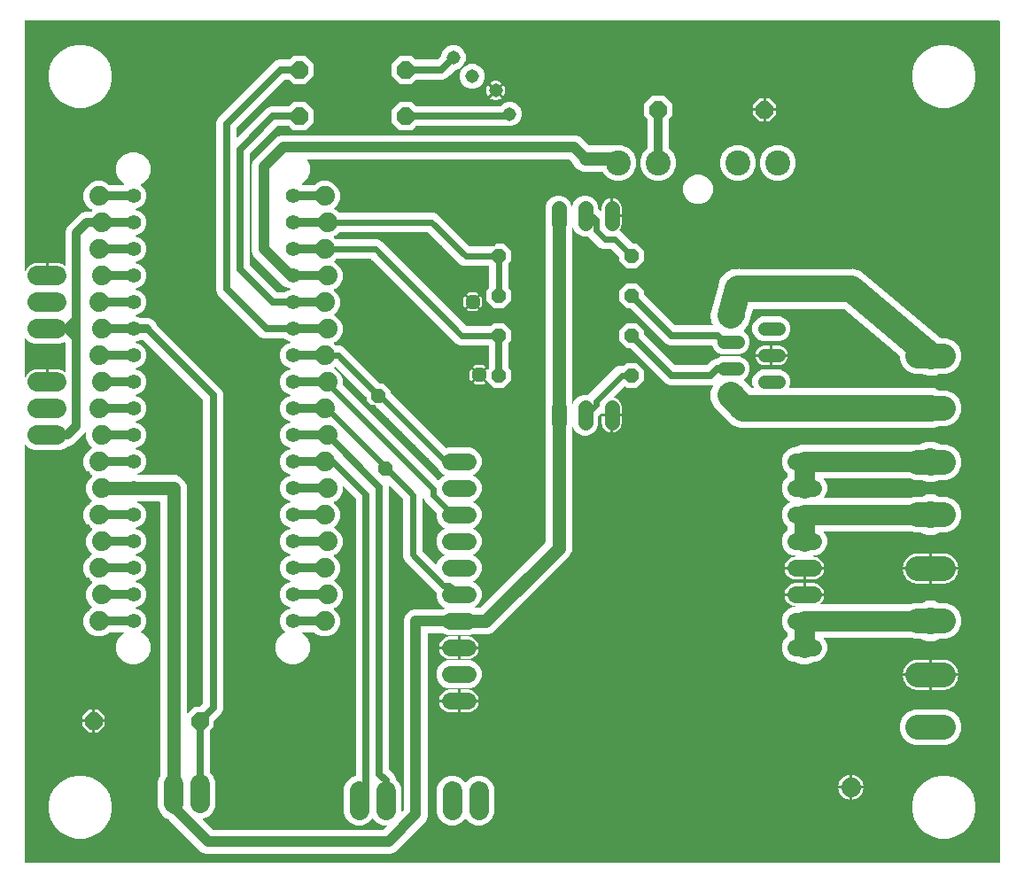
<source format=gbr>
G04 EAGLE Gerber RS-274X export*
G75*
%MOMM*%
%FSLAX34Y34*%
%LPD*%
%INTop Copper*%
%IPPOS*%
%AMOC8*
5,1,8,0,0,1.08239X$1,22.5*%
G01*
%ADD10C,1.308000*%
%ADD11P,1.429621X8X22.500000*%
%ADD12C,2.400000*%
%ADD13C,1.648500*%
%ADD14C,1.408000*%
%ADD15P,1.814519X8X202.500000*%
%ADD16C,1.879600*%
%ADD17P,1.429621X8X247.500000*%
%ADD18P,1.429621X8X67.500000*%
%ADD19C,1.879600*%
%ADD20C,2.400000*%
%ADD21C,1.308000*%
%ADD22P,1.814519X8X22.500000*%
%ADD23C,1.422400*%
%ADD24P,0.818720X8X22.500000*%
%ADD25C,0.756400*%
%ADD26C,1.905000*%
%ADD27C,2.540000*%
%ADD28C,0.635000*%
%ADD29C,0.812800*%
%ADD30C,0.609600*%
%ADD31C,1.016000*%
%ADD32C,1.270000*%

G36*
X941770Y10172D02*
X941770Y10172D01*
X941836Y10174D01*
X941879Y10192D01*
X941926Y10200D01*
X941983Y10234D01*
X942043Y10259D01*
X942078Y10290D01*
X942119Y10315D01*
X942161Y10366D01*
X942209Y10410D01*
X942231Y10452D01*
X942260Y10489D01*
X942281Y10551D01*
X942312Y10610D01*
X942320Y10664D01*
X942332Y10701D01*
X942331Y10741D01*
X942339Y10795D01*
X942339Y814705D01*
X942328Y814770D01*
X942326Y814836D01*
X942308Y814879D01*
X942300Y814926D01*
X942266Y814983D01*
X942241Y815043D01*
X942210Y815078D01*
X942185Y815119D01*
X942134Y815161D01*
X942090Y815209D01*
X942048Y815231D01*
X942011Y815260D01*
X941949Y815281D01*
X941890Y815312D01*
X941836Y815320D01*
X941799Y815332D01*
X941759Y815331D01*
X941705Y815339D01*
X10795Y815339D01*
X10730Y815328D01*
X10664Y815326D01*
X10621Y815308D01*
X10574Y815300D01*
X10517Y815266D01*
X10457Y815241D01*
X10422Y815210D01*
X10381Y815185D01*
X10339Y815134D01*
X10291Y815090D01*
X10269Y815048D01*
X10240Y815011D01*
X10219Y814949D01*
X10188Y814890D01*
X10180Y814836D01*
X10168Y814799D01*
X10169Y814759D01*
X10161Y814705D01*
X10161Y576512D01*
X10174Y576441D01*
X10174Y576415D01*
X10176Y576412D01*
X10179Y576362D01*
X10194Y576328D01*
X10200Y576292D01*
X10239Y576226D01*
X10270Y576157D01*
X10296Y576130D01*
X10315Y576098D01*
X10374Y576050D01*
X10427Y575996D01*
X10460Y575980D01*
X10489Y575957D01*
X10561Y575933D01*
X10630Y575900D01*
X10666Y575897D01*
X10701Y575885D01*
X10777Y575887D01*
X10853Y575881D01*
X10889Y575891D01*
X10926Y575892D01*
X10996Y575920D01*
X11069Y575941D01*
X11099Y575962D01*
X11133Y575976D01*
X11190Y576027D01*
X11251Y576072D01*
X11276Y576106D01*
X11299Y576127D01*
X11320Y576168D01*
X11360Y576224D01*
X12141Y577757D01*
X13246Y579278D01*
X14574Y580606D01*
X16095Y581711D01*
X17769Y582564D01*
X19556Y583145D01*
X21412Y583439D01*
X30481Y583439D01*
X30481Y572135D01*
X30492Y572070D01*
X30494Y572005D01*
X30512Y571961D01*
X30520Y571914D01*
X30554Y571858D01*
X30579Y571797D01*
X30610Y571762D01*
X30635Y571721D01*
X30686Y571680D01*
X30730Y571631D01*
X30772Y571609D01*
X30809Y571580D01*
X30871Y571559D01*
X30930Y571529D01*
X30984Y571520D01*
X31021Y571508D01*
X31061Y571509D01*
X31115Y571501D01*
X32385Y571501D01*
X32450Y571513D01*
X32515Y571514D01*
X32559Y571532D01*
X32606Y571541D01*
X32663Y571574D01*
X32723Y571599D01*
X32758Y571631D01*
X32799Y571655D01*
X32840Y571706D01*
X32889Y571750D01*
X32911Y571792D01*
X32940Y571829D01*
X32961Y571891D01*
X32992Y571950D01*
X33000Y572004D01*
X33012Y572041D01*
X33011Y572081D01*
X33019Y572135D01*
X33019Y583439D01*
X42088Y583439D01*
X43944Y583145D01*
X45731Y582564D01*
X47405Y581711D01*
X48268Y581084D01*
X48304Y581067D01*
X48335Y581042D01*
X48404Y581018D01*
X48470Y580986D01*
X48510Y580982D01*
X48547Y580970D01*
X48621Y580972D01*
X48694Y580965D01*
X48732Y580975D01*
X48772Y580976D01*
X48839Y581004D01*
X48910Y581023D01*
X48943Y581046D01*
X48979Y581061D01*
X49034Y581110D01*
X49093Y581152D01*
X49116Y581185D01*
X49145Y581212D01*
X49179Y581277D01*
X49220Y581338D01*
X49229Y581376D01*
X49248Y581412D01*
X49262Y581507D01*
X49262Y581508D01*
X49268Y581526D01*
X49268Y581532D01*
X49274Y581556D01*
X49272Y581574D01*
X49275Y581597D01*
X49275Y614212D01*
X50861Y618040D01*
X63950Y631129D01*
X67778Y632715D01*
X73496Y632715D01*
X73538Y632722D01*
X73580Y632720D01*
X73647Y632742D01*
X73717Y632754D01*
X73753Y632776D01*
X73794Y632789D01*
X73867Y632843D01*
X73910Y632869D01*
X73923Y632885D01*
X73944Y632901D01*
X74805Y633761D01*
X74849Y633825D01*
X74900Y633883D01*
X74913Y633916D01*
X74933Y633945D01*
X74952Y634020D01*
X74980Y634093D01*
X74980Y634128D01*
X74989Y634163D01*
X74981Y634240D01*
X74982Y634317D01*
X74970Y634351D01*
X74966Y634386D01*
X74932Y634455D01*
X74905Y634528D01*
X74882Y634555D01*
X74866Y634587D01*
X74810Y634640D01*
X74760Y634699D01*
X74725Y634720D01*
X74703Y634741D01*
X74660Y634759D01*
X74599Y634796D01*
X73078Y635426D01*
X69006Y639498D01*
X66801Y644820D01*
X66801Y650580D01*
X69006Y655902D01*
X73078Y659974D01*
X78400Y662179D01*
X84160Y662179D01*
X89482Y659974D01*
X91155Y658301D01*
X91190Y658276D01*
X91219Y658245D01*
X91282Y658213D01*
X91340Y658172D01*
X91381Y658162D01*
X91419Y658142D01*
X91508Y658129D01*
X91557Y658116D01*
X91578Y658119D01*
X91604Y658115D01*
X105059Y658115D01*
X105158Y658133D01*
X105258Y658147D01*
X105268Y658152D01*
X105280Y658154D01*
X105366Y658206D01*
X105455Y658254D01*
X105463Y658262D01*
X105473Y658269D01*
X105536Y658346D01*
X105603Y658422D01*
X105607Y658434D01*
X105614Y658443D01*
X105647Y658538D01*
X105682Y658632D01*
X105682Y658644D01*
X105686Y658655D01*
X105683Y658756D01*
X105684Y658856D01*
X105680Y658868D01*
X105680Y658880D01*
X105642Y658973D01*
X105608Y659067D01*
X105600Y659076D01*
X105595Y659087D01*
X105528Y659161D01*
X105462Y659238D01*
X105451Y659245D01*
X105444Y659253D01*
X105403Y659274D01*
X105302Y659335D01*
X105146Y659400D01*
X100600Y663946D01*
X98139Y669885D01*
X98139Y676315D01*
X100600Y682254D01*
X105146Y686800D01*
X111085Y689261D01*
X117515Y689261D01*
X123454Y686800D01*
X128000Y682254D01*
X130461Y676315D01*
X130461Y669885D01*
X128000Y663946D01*
X123454Y659400D01*
X121706Y658675D01*
X121641Y658634D01*
X121572Y658599D01*
X121547Y658573D01*
X121517Y658554D01*
X121471Y658492D01*
X121418Y658436D01*
X121404Y658403D01*
X121382Y658375D01*
X121360Y658301D01*
X121330Y658229D01*
X121329Y658194D01*
X121318Y658160D01*
X121324Y658083D01*
X121320Y658005D01*
X121331Y657972D01*
X121333Y657936D01*
X121365Y657865D01*
X121389Y657792D01*
X121413Y657759D01*
X121425Y657731D01*
X121458Y657698D01*
X121500Y657641D01*
X124575Y654566D01*
X126421Y650111D01*
X126421Y645289D01*
X124575Y640834D01*
X121166Y637425D01*
X116727Y635586D01*
X116652Y635538D01*
X116574Y635496D01*
X116558Y635478D01*
X116538Y635465D01*
X116485Y635394D01*
X116426Y635327D01*
X116418Y635304D01*
X116403Y635285D01*
X116378Y635200D01*
X116346Y635117D01*
X116346Y635093D01*
X116339Y635070D01*
X116345Y634982D01*
X116345Y634893D01*
X116353Y634870D01*
X116354Y634847D01*
X116391Y634765D01*
X116421Y634682D01*
X116437Y634664D01*
X116446Y634642D01*
X116509Y634579D01*
X116566Y634511D01*
X116589Y634497D01*
X116604Y634482D01*
X116649Y634461D01*
X116727Y634414D01*
X121166Y632575D01*
X124575Y629166D01*
X126421Y624711D01*
X126421Y619889D01*
X124575Y615434D01*
X121166Y612025D01*
X116727Y610186D01*
X116652Y610138D01*
X116574Y610096D01*
X116558Y610078D01*
X116538Y610065D01*
X116485Y609994D01*
X116426Y609927D01*
X116418Y609904D01*
X116403Y609885D01*
X116378Y609800D01*
X116346Y609717D01*
X116346Y609693D01*
X116339Y609670D01*
X116345Y609582D01*
X116345Y609493D01*
X116353Y609470D01*
X116354Y609447D01*
X116391Y609365D01*
X116421Y609282D01*
X116437Y609264D01*
X116446Y609242D01*
X116509Y609179D01*
X116566Y609111D01*
X116589Y609097D01*
X116604Y609082D01*
X116649Y609061D01*
X116727Y609014D01*
X121166Y607175D01*
X124575Y603766D01*
X126421Y599311D01*
X126421Y594489D01*
X124575Y590034D01*
X121166Y586625D01*
X116727Y584786D01*
X116652Y584738D01*
X116574Y584696D01*
X116558Y584678D01*
X116538Y584665D01*
X116485Y584594D01*
X116426Y584527D01*
X116418Y584504D01*
X116403Y584485D01*
X116378Y584400D01*
X116346Y584317D01*
X116346Y584293D01*
X116339Y584270D01*
X116345Y584182D01*
X116345Y584093D01*
X116353Y584070D01*
X116354Y584047D01*
X116391Y583965D01*
X116421Y583882D01*
X116437Y583864D01*
X116446Y583842D01*
X116509Y583779D01*
X116566Y583711D01*
X116589Y583697D01*
X116604Y583682D01*
X116649Y583661D01*
X116727Y583614D01*
X121166Y581775D01*
X124575Y578366D01*
X126421Y573911D01*
X126421Y569089D01*
X124575Y564634D01*
X121166Y561225D01*
X116727Y559386D01*
X116652Y559338D01*
X116574Y559296D01*
X116558Y559278D01*
X116538Y559265D01*
X116485Y559194D01*
X116426Y559127D01*
X116418Y559104D01*
X116403Y559085D01*
X116378Y559000D01*
X116346Y558917D01*
X116346Y558893D01*
X116339Y558870D01*
X116345Y558782D01*
X116345Y558693D01*
X116353Y558670D01*
X116354Y558647D01*
X116391Y558565D01*
X116421Y558482D01*
X116437Y558464D01*
X116446Y558442D01*
X116509Y558379D01*
X116566Y558311D01*
X116589Y558297D01*
X116604Y558282D01*
X116649Y558261D01*
X116727Y558214D01*
X121166Y556375D01*
X124575Y552966D01*
X126421Y548511D01*
X126421Y543689D01*
X124575Y539234D01*
X121166Y535825D01*
X116727Y533986D01*
X116652Y533938D01*
X116574Y533896D01*
X116558Y533878D01*
X116538Y533865D01*
X116485Y533794D01*
X116426Y533727D01*
X116418Y533704D01*
X116403Y533685D01*
X116378Y533600D01*
X116346Y533517D01*
X116346Y533493D01*
X116339Y533470D01*
X116345Y533382D01*
X116345Y533293D01*
X116353Y533270D01*
X116354Y533247D01*
X116391Y533165D01*
X116421Y533082D01*
X116437Y533064D01*
X116446Y533042D01*
X116509Y532979D01*
X116566Y532911D01*
X116589Y532897D01*
X116604Y532882D01*
X116649Y532861D01*
X116727Y532814D01*
X120713Y531163D01*
X120743Y531156D01*
X120770Y531142D01*
X120888Y531125D01*
X120932Y531115D01*
X120943Y531117D01*
X120956Y531115D01*
X129072Y531115D01*
X132900Y529529D01*
X135829Y526600D01*
X136670Y524570D01*
X136686Y524544D01*
X136696Y524515D01*
X136766Y524420D01*
X136791Y524381D01*
X136800Y524375D01*
X136807Y524364D01*
X198576Y462596D01*
X200026Y459095D01*
X200026Y156855D01*
X198576Y153354D01*
X191449Y146227D01*
X191424Y146192D01*
X191393Y146164D01*
X191361Y146101D01*
X191320Y146043D01*
X191310Y146002D01*
X191290Y145964D01*
X191277Y145874D01*
X191264Y145826D01*
X191267Y145805D01*
X191263Y145779D01*
X191263Y140474D01*
X187512Y136722D01*
X187487Y136688D01*
X187456Y136659D01*
X187424Y136596D01*
X187383Y136538D01*
X187373Y136497D01*
X187353Y136459D01*
X187340Y136370D01*
X187327Y136321D01*
X187330Y136300D01*
X187326Y136274D01*
X187326Y96811D01*
X187333Y96769D01*
X187331Y96727D01*
X187353Y96660D01*
X187365Y96590D01*
X187387Y96554D01*
X187400Y96513D01*
X187454Y96440D01*
X187480Y96397D01*
X187496Y96384D01*
X187512Y96363D01*
X190074Y93800D01*
X192279Y88478D01*
X192279Y63922D01*
X190074Y58600D01*
X186002Y54528D01*
X180894Y52412D01*
X180829Y52370D01*
X180759Y52336D01*
X180735Y52310D01*
X180705Y52291D01*
X180658Y52229D01*
X180605Y52172D01*
X180592Y52140D01*
X180570Y52111D01*
X180548Y52037D01*
X180518Y51966D01*
X180516Y51930D01*
X180506Y51896D01*
X180511Y51819D01*
X180508Y51742D01*
X180519Y51708D01*
X180521Y51672D01*
X180553Y51602D01*
X180577Y51528D01*
X180601Y51496D01*
X180613Y51468D01*
X180646Y51435D01*
X180688Y51377D01*
X189969Y42097D01*
X190004Y42072D01*
X190033Y42041D01*
X190095Y42009D01*
X190153Y41968D01*
X190194Y41958D01*
X190232Y41938D01*
X190322Y41925D01*
X190370Y41912D01*
X190391Y41915D01*
X190417Y41911D01*
X353271Y41911D01*
X353313Y41918D01*
X353355Y41916D01*
X353423Y41938D01*
X353492Y41950D01*
X353529Y41972D01*
X353569Y41985D01*
X353642Y42039D01*
X353685Y42065D01*
X353699Y42081D01*
X353720Y42097D01*
X356514Y44891D01*
X356565Y44964D01*
X356621Y45033D01*
X356628Y45055D01*
X356642Y45075D01*
X356664Y45161D01*
X356693Y45245D01*
X356692Y45269D01*
X356698Y45292D01*
X356689Y45381D01*
X356686Y45470D01*
X356677Y45492D01*
X356675Y45515D01*
X356635Y45595D01*
X356602Y45677D01*
X356586Y45695D01*
X356575Y45716D01*
X356510Y45777D01*
X356450Y45843D01*
X356429Y45854D01*
X356412Y45870D01*
X356330Y45905D01*
X356251Y45946D01*
X356225Y45949D01*
X356205Y45958D01*
X356155Y45960D01*
X356065Y45973D01*
X352720Y45973D01*
X347398Y48178D01*
X343348Y52227D01*
X343294Y52265D01*
X343247Y52310D01*
X343203Y52329D01*
X343164Y52356D01*
X343101Y52372D01*
X343040Y52398D01*
X342993Y52400D01*
X342947Y52412D01*
X342882Y52405D01*
X342816Y52408D01*
X342771Y52393D01*
X342724Y52388D01*
X342665Y52359D01*
X342602Y52339D01*
X342558Y52306D01*
X342523Y52289D01*
X342496Y52260D01*
X342452Y52227D01*
X338402Y48178D01*
X333080Y45973D01*
X327320Y45973D01*
X321998Y48178D01*
X317926Y52250D01*
X315721Y57572D01*
X315721Y82128D01*
X317926Y87450D01*
X321998Y91522D01*
X326633Y93442D01*
X326678Y93471D01*
X326728Y93492D01*
X326772Y93531D01*
X326822Y93563D01*
X326854Y93607D01*
X326894Y93643D01*
X326921Y93695D01*
X326956Y93743D01*
X326972Y93794D01*
X326997Y93843D01*
X327007Y93913D01*
X327020Y93958D01*
X327018Y93988D01*
X327024Y94028D01*
X327024Y357921D01*
X327017Y357963D01*
X327019Y358005D01*
X326997Y358073D01*
X326985Y358142D01*
X326963Y358179D01*
X326950Y358219D01*
X326896Y358292D01*
X326870Y358335D01*
X326854Y358348D01*
X326838Y358370D01*
X315281Y369927D01*
X315208Y369978D01*
X315139Y370034D01*
X315117Y370041D01*
X315097Y370055D01*
X315011Y370077D01*
X314927Y370106D01*
X314903Y370105D01*
X314880Y370111D01*
X314791Y370102D01*
X314702Y370099D01*
X314680Y370090D01*
X314657Y370088D01*
X314577Y370048D01*
X314495Y370015D01*
X314477Y369999D01*
X314456Y369988D01*
X314395Y369923D01*
X314329Y369863D01*
X314318Y369842D01*
X314302Y369825D01*
X314267Y369743D01*
X314226Y369664D01*
X314223Y369637D01*
X314214Y369618D01*
X314212Y369568D01*
X314199Y369478D01*
X314199Y365420D01*
X311994Y360098D01*
X307922Y356026D01*
X306401Y355396D01*
X306335Y355354D01*
X306266Y355319D01*
X306242Y355294D01*
X306212Y355274D01*
X306165Y355212D01*
X306112Y355156D01*
X306098Y355123D01*
X306077Y355095D01*
X306055Y355021D01*
X306025Y354950D01*
X306023Y354914D01*
X306013Y354880D01*
X306018Y354803D01*
X306015Y354725D01*
X306026Y354692D01*
X306028Y354656D01*
X306060Y354586D01*
X306083Y354512D01*
X306107Y354479D01*
X306120Y354451D01*
X306153Y354418D01*
X306195Y354361D01*
X309454Y351102D01*
X311659Y345780D01*
X311659Y340020D01*
X309454Y334698D01*
X306195Y331439D01*
X306151Y331375D01*
X306100Y331317D01*
X306087Y331284D01*
X306067Y331255D01*
X306048Y331180D01*
X306020Y331107D01*
X306020Y331072D01*
X306011Y331037D01*
X306019Y330961D01*
X306018Y330883D01*
X306030Y330850D01*
X306034Y330814D01*
X306068Y330745D01*
X306095Y330672D01*
X306118Y330645D01*
X306134Y330613D01*
X306190Y330560D01*
X306240Y330501D01*
X306275Y330480D01*
X306297Y330459D01*
X306340Y330441D01*
X306401Y330404D01*
X307922Y329774D01*
X311994Y325702D01*
X314199Y320380D01*
X314199Y314620D01*
X311994Y309298D01*
X307922Y305226D01*
X306401Y304596D01*
X306335Y304554D01*
X306266Y304519D01*
X306242Y304494D01*
X306212Y304474D01*
X306165Y304412D01*
X306112Y304356D01*
X306098Y304323D01*
X306077Y304295D01*
X306055Y304221D01*
X306025Y304150D01*
X306023Y304114D01*
X306013Y304080D01*
X306018Y304003D01*
X306015Y303925D01*
X306026Y303892D01*
X306028Y303856D01*
X306060Y303786D01*
X306083Y303712D01*
X306107Y303679D01*
X306120Y303651D01*
X306153Y303618D01*
X306195Y303561D01*
X309454Y300302D01*
X311659Y294980D01*
X311659Y289220D01*
X309454Y283898D01*
X306195Y280639D01*
X306151Y280575D01*
X306100Y280517D01*
X306087Y280484D01*
X306067Y280455D01*
X306048Y280380D01*
X306020Y280307D01*
X306020Y280272D01*
X306011Y280237D01*
X306019Y280161D01*
X306018Y280083D01*
X306030Y280050D01*
X306034Y280014D01*
X306068Y279945D01*
X306095Y279872D01*
X306118Y279845D01*
X306134Y279813D01*
X306190Y279760D01*
X306240Y279701D01*
X306275Y279680D01*
X306297Y279659D01*
X306340Y279641D01*
X306401Y279604D01*
X307922Y278974D01*
X311994Y274902D01*
X314199Y269580D01*
X314199Y263820D01*
X311994Y258498D01*
X307922Y254426D01*
X306401Y253796D01*
X306335Y253754D01*
X306266Y253719D01*
X306242Y253694D01*
X306212Y253674D01*
X306165Y253612D01*
X306112Y253556D01*
X306098Y253523D01*
X306077Y253495D01*
X306055Y253421D01*
X306025Y253350D01*
X306023Y253314D01*
X306013Y253280D01*
X306018Y253203D01*
X306015Y253125D01*
X306026Y253092D01*
X306028Y253056D01*
X306060Y252986D01*
X306083Y252912D01*
X306107Y252879D01*
X306120Y252851D01*
X306153Y252818D01*
X306195Y252761D01*
X309454Y249502D01*
X311659Y244180D01*
X311659Y238420D01*
X309454Y233098D01*
X305382Y229026D01*
X300060Y226821D01*
X294300Y226821D01*
X288978Y229026D01*
X287304Y230699D01*
X287271Y230723D01*
X287246Y230750D01*
X287241Y230755D01*
X287178Y230787D01*
X287120Y230828D01*
X287079Y230838D01*
X287041Y230858D01*
X286952Y230871D01*
X286903Y230884D01*
X286882Y230881D01*
X286856Y230885D01*
X275941Y230885D01*
X275842Y230867D01*
X275742Y230853D01*
X275732Y230848D01*
X275720Y230846D01*
X275634Y230794D01*
X275545Y230746D01*
X275537Y230738D01*
X275527Y230731D01*
X275464Y230654D01*
X275397Y230578D01*
X275393Y230566D01*
X275386Y230557D01*
X275353Y230462D01*
X275318Y230368D01*
X275318Y230356D01*
X275314Y230345D01*
X275317Y230244D01*
X275316Y230144D01*
X275320Y230132D01*
X275320Y230120D01*
X275358Y230027D01*
X275392Y229933D01*
X275400Y229924D01*
X275405Y229913D01*
X275472Y229839D01*
X275538Y229762D01*
X275549Y229755D01*
X275556Y229747D01*
X275597Y229726D01*
X275698Y229665D01*
X275854Y229600D01*
X280400Y225054D01*
X282861Y219115D01*
X282861Y212685D01*
X280400Y206746D01*
X275854Y202200D01*
X269915Y199739D01*
X263485Y199739D01*
X257546Y202200D01*
X253000Y206746D01*
X250539Y212685D01*
X250539Y219115D01*
X253000Y225054D01*
X257546Y229600D01*
X259294Y230325D01*
X259359Y230366D01*
X259428Y230401D01*
X259453Y230427D01*
X259483Y230446D01*
X259529Y230508D01*
X259582Y230564D01*
X259596Y230597D01*
X259618Y230625D01*
X259640Y230699D01*
X259670Y230771D01*
X259671Y230806D01*
X259682Y230840D01*
X259676Y230917D01*
X259680Y230995D01*
X259669Y231028D01*
X259667Y231064D01*
X259635Y231135D01*
X259611Y231208D01*
X259587Y231241D01*
X259575Y231269D01*
X259542Y231302D01*
X259500Y231359D01*
X256425Y234434D01*
X254579Y238889D01*
X254579Y243711D01*
X256425Y248166D01*
X259834Y251575D01*
X264273Y253414D01*
X264348Y253462D01*
X264426Y253505D01*
X264442Y253522D01*
X264462Y253535D01*
X264515Y253606D01*
X264574Y253673D01*
X264582Y253696D01*
X264597Y253715D01*
X264622Y253800D01*
X264654Y253883D01*
X264654Y253907D01*
X264661Y253930D01*
X264655Y254019D01*
X264655Y254107D01*
X264647Y254130D01*
X264646Y254153D01*
X264609Y254235D01*
X264579Y254318D01*
X264563Y254337D01*
X264554Y254358D01*
X264491Y254421D01*
X264434Y254489D01*
X264411Y254503D01*
X264396Y254518D01*
X264351Y254539D01*
X264273Y254586D01*
X259834Y256425D01*
X256425Y259834D01*
X254579Y264289D01*
X254579Y269111D01*
X256425Y273566D01*
X259834Y276975D01*
X264273Y278814D01*
X264348Y278862D01*
X264426Y278905D01*
X264442Y278922D01*
X264462Y278935D01*
X264515Y279006D01*
X264574Y279073D01*
X264582Y279096D01*
X264597Y279115D01*
X264622Y279200D01*
X264654Y279283D01*
X264654Y279307D01*
X264661Y279330D01*
X264655Y279419D01*
X264655Y279507D01*
X264647Y279530D01*
X264646Y279553D01*
X264609Y279635D01*
X264579Y279718D01*
X264563Y279737D01*
X264554Y279758D01*
X264491Y279821D01*
X264434Y279889D01*
X264411Y279903D01*
X264396Y279918D01*
X264351Y279939D01*
X264273Y279986D01*
X259834Y281825D01*
X256425Y285234D01*
X254579Y289689D01*
X254579Y294511D01*
X256425Y298966D01*
X259834Y302375D01*
X264273Y304214D01*
X264348Y304262D01*
X264426Y304305D01*
X264442Y304322D01*
X264462Y304335D01*
X264515Y304406D01*
X264574Y304473D01*
X264582Y304496D01*
X264597Y304515D01*
X264622Y304600D01*
X264654Y304683D01*
X264654Y304707D01*
X264661Y304730D01*
X264655Y304819D01*
X264655Y304907D01*
X264647Y304930D01*
X264646Y304953D01*
X264609Y305035D01*
X264579Y305118D01*
X264563Y305137D01*
X264554Y305158D01*
X264491Y305221D01*
X264434Y305289D01*
X264411Y305303D01*
X264396Y305318D01*
X264351Y305339D01*
X264273Y305386D01*
X259834Y307225D01*
X256425Y310634D01*
X254579Y315089D01*
X254579Y319911D01*
X256425Y324366D01*
X259834Y327775D01*
X264273Y329614D01*
X264348Y329662D01*
X264426Y329705D01*
X264442Y329722D01*
X264462Y329735D01*
X264515Y329806D01*
X264574Y329873D01*
X264582Y329896D01*
X264597Y329915D01*
X264622Y330000D01*
X264654Y330083D01*
X264654Y330107D01*
X264661Y330130D01*
X264655Y330219D01*
X264655Y330307D01*
X264647Y330330D01*
X264646Y330353D01*
X264609Y330435D01*
X264579Y330518D01*
X264563Y330537D01*
X264554Y330558D01*
X264491Y330621D01*
X264434Y330689D01*
X264411Y330703D01*
X264396Y330718D01*
X264351Y330739D01*
X264273Y330786D01*
X259834Y332625D01*
X256425Y336034D01*
X254579Y340489D01*
X254579Y345311D01*
X256425Y349766D01*
X259834Y353175D01*
X264273Y355014D01*
X264348Y355062D01*
X264426Y355105D01*
X264442Y355122D01*
X264462Y355135D01*
X264515Y355206D01*
X264574Y355273D01*
X264582Y355296D01*
X264597Y355315D01*
X264622Y355400D01*
X264654Y355483D01*
X264654Y355507D01*
X264661Y355530D01*
X264655Y355619D01*
X264655Y355707D01*
X264647Y355730D01*
X264646Y355753D01*
X264609Y355835D01*
X264579Y355918D01*
X264563Y355937D01*
X264554Y355958D01*
X264491Y356021D01*
X264434Y356089D01*
X264411Y356103D01*
X264396Y356118D01*
X264351Y356139D01*
X264273Y356186D01*
X259834Y358025D01*
X256425Y361434D01*
X254579Y365889D01*
X254579Y370711D01*
X256425Y375166D01*
X259834Y378575D01*
X264273Y380414D01*
X264348Y380462D01*
X264426Y380504D01*
X264442Y380522D01*
X264462Y380535D01*
X264515Y380606D01*
X264574Y380673D01*
X264582Y380696D01*
X264597Y380715D01*
X264622Y380800D01*
X264654Y380883D01*
X264654Y380907D01*
X264660Y380930D01*
X264655Y381018D01*
X264655Y381107D01*
X264647Y381130D01*
X264646Y381153D01*
X264609Y381235D01*
X264579Y381318D01*
X264563Y381336D01*
X264554Y381358D01*
X264491Y381422D01*
X264434Y381489D01*
X264411Y381503D01*
X264396Y381518D01*
X264351Y381539D01*
X264273Y381586D01*
X259834Y383425D01*
X256425Y386834D01*
X254579Y391289D01*
X254579Y396111D01*
X256425Y400566D01*
X259834Y403975D01*
X264273Y405814D01*
X264348Y405862D01*
X264426Y405905D01*
X264442Y405922D01*
X264462Y405935D01*
X264515Y406006D01*
X264574Y406073D01*
X264582Y406096D01*
X264597Y406115D01*
X264622Y406200D01*
X264654Y406283D01*
X264654Y406307D01*
X264660Y406330D01*
X264655Y406419D01*
X264655Y406507D01*
X264647Y406530D01*
X264646Y406553D01*
X264609Y406635D01*
X264579Y406718D01*
X264563Y406737D01*
X264554Y406758D01*
X264491Y406821D01*
X264434Y406889D01*
X264411Y406903D01*
X264396Y406918D01*
X264351Y406939D01*
X264273Y406986D01*
X259834Y408825D01*
X256425Y412234D01*
X254579Y416689D01*
X254579Y421511D01*
X256425Y425966D01*
X259834Y429375D01*
X264273Y431214D01*
X264348Y431262D01*
X264426Y431305D01*
X264442Y431322D01*
X264462Y431335D01*
X264515Y431406D01*
X264574Y431473D01*
X264582Y431496D01*
X264597Y431515D01*
X264622Y431600D01*
X264654Y431683D01*
X264654Y431707D01*
X264660Y431730D01*
X264655Y431819D01*
X264655Y431907D01*
X264647Y431930D01*
X264646Y431953D01*
X264609Y432035D01*
X264579Y432118D01*
X264563Y432137D01*
X264554Y432158D01*
X264491Y432221D01*
X264434Y432289D01*
X264411Y432303D01*
X264396Y432318D01*
X264351Y432339D01*
X264273Y432386D01*
X259834Y434225D01*
X256425Y437634D01*
X254579Y442089D01*
X254579Y446911D01*
X256425Y451366D01*
X259834Y454775D01*
X264273Y456614D01*
X264348Y456662D01*
X264426Y456705D01*
X264442Y456722D01*
X264462Y456735D01*
X264515Y456806D01*
X264574Y456873D01*
X264582Y456896D01*
X264597Y456915D01*
X264622Y457000D01*
X264654Y457083D01*
X264654Y457107D01*
X264660Y457130D01*
X264655Y457219D01*
X264655Y457307D01*
X264647Y457330D01*
X264646Y457353D01*
X264609Y457435D01*
X264579Y457518D01*
X264563Y457537D01*
X264554Y457558D01*
X264491Y457621D01*
X264434Y457689D01*
X264411Y457703D01*
X264396Y457718D01*
X264351Y457739D01*
X264273Y457786D01*
X259834Y459625D01*
X256425Y463034D01*
X254579Y467489D01*
X254579Y472311D01*
X256425Y476766D01*
X259834Y480175D01*
X264273Y482014D01*
X264348Y482062D01*
X264426Y482105D01*
X264442Y482122D01*
X264462Y482135D01*
X264515Y482206D01*
X264574Y482273D01*
X264582Y482296D01*
X264597Y482315D01*
X264622Y482400D01*
X264654Y482483D01*
X264654Y482507D01*
X264660Y482530D01*
X264655Y482619D01*
X264655Y482707D01*
X264647Y482730D01*
X264646Y482753D01*
X264609Y482835D01*
X264579Y482918D01*
X264563Y482937D01*
X264554Y482958D01*
X264491Y483021D01*
X264434Y483089D01*
X264411Y483103D01*
X264396Y483118D01*
X264351Y483139D01*
X264273Y483186D01*
X259834Y485025D01*
X256425Y488434D01*
X254579Y492889D01*
X254579Y497711D01*
X256425Y502166D01*
X259834Y505575D01*
X264273Y507414D01*
X264348Y507462D01*
X264426Y507505D01*
X264442Y507522D01*
X264462Y507535D01*
X264515Y507606D01*
X264574Y507673D01*
X264582Y507696D01*
X264597Y507715D01*
X264622Y507800D01*
X264654Y507883D01*
X264654Y507907D01*
X264660Y507930D01*
X264655Y508019D01*
X264655Y508107D01*
X264647Y508130D01*
X264646Y508153D01*
X264609Y508235D01*
X264579Y508318D01*
X264563Y508337D01*
X264554Y508358D01*
X264491Y508421D01*
X264434Y508489D01*
X264411Y508503D01*
X264396Y508518D01*
X264351Y508539D01*
X264273Y508586D01*
X259834Y510425D01*
X259270Y510988D01*
X259235Y511013D01*
X259207Y511044D01*
X259144Y511076D01*
X259086Y511117D01*
X259045Y511127D01*
X259007Y511147D01*
X258917Y511160D01*
X258869Y511173D01*
X258848Y511170D01*
X258822Y511174D01*
X239405Y511174D01*
X235904Y512624D01*
X195124Y553404D01*
X193674Y556905D01*
X193674Y718355D01*
X195124Y721857D01*
X249693Y776426D01*
X253195Y777876D01*
X263274Y777876D01*
X263316Y777883D01*
X263358Y777881D01*
X263425Y777903D01*
X263495Y777915D01*
X263531Y777937D01*
X263572Y777950D01*
X263644Y778004D01*
X263688Y778030D01*
X263701Y778046D01*
X263722Y778062D01*
X267474Y781813D01*
X278626Y781813D01*
X286513Y773926D01*
X286513Y762774D01*
X278626Y754887D01*
X267474Y754887D01*
X263722Y758638D01*
X263688Y758663D01*
X263659Y758694D01*
X263596Y758726D01*
X263538Y758767D01*
X263497Y758777D01*
X263459Y758797D01*
X263370Y758810D01*
X263321Y758823D01*
X263300Y758820D01*
X263274Y758824D01*
X259298Y758824D01*
X259256Y758817D01*
X259214Y758819D01*
X259147Y758797D01*
X259077Y758785D01*
X259040Y758763D01*
X259000Y758750D01*
X258927Y758696D01*
X258884Y758670D01*
X258871Y758654D01*
X258849Y758638D01*
X212912Y712701D01*
X212887Y712666D01*
X212856Y712637D01*
X212824Y712574D01*
X212783Y712516D01*
X212773Y712475D01*
X212753Y712438D01*
X212740Y712348D01*
X212727Y712299D01*
X212730Y712278D01*
X212726Y712252D01*
X212726Y703978D01*
X212739Y703903D01*
X212739Y703900D01*
X212740Y703897D01*
X212742Y703891D01*
X212751Y703802D01*
X212761Y703781D01*
X212765Y703758D01*
X212811Y703681D01*
X212850Y703601D01*
X212867Y703585D01*
X212880Y703564D01*
X212949Y703508D01*
X213013Y703447D01*
X213035Y703438D01*
X213054Y703423D01*
X213138Y703394D01*
X213220Y703360D01*
X213244Y703359D01*
X213266Y703351D01*
X213355Y703354D01*
X213444Y703350D01*
X213467Y703357D01*
X213491Y703358D01*
X213573Y703391D01*
X213658Y703418D01*
X213679Y703434D01*
X213698Y703442D01*
X213736Y703476D01*
X213808Y703530D01*
X239485Y729207D01*
X242254Y731976D01*
X245755Y733426D01*
X263274Y733426D01*
X263316Y733433D01*
X263358Y733431D01*
X263425Y733453D01*
X263495Y733465D01*
X263531Y733487D01*
X263572Y733500D01*
X263644Y733554D01*
X263688Y733580D01*
X263701Y733596D01*
X263722Y733612D01*
X267474Y737363D01*
X278626Y737363D01*
X286513Y729476D01*
X286513Y718324D01*
X278626Y710437D01*
X267474Y710437D01*
X263722Y714188D01*
X263688Y714213D01*
X263659Y714244D01*
X263596Y714276D01*
X263538Y714317D01*
X263497Y714327D01*
X263459Y714347D01*
X263370Y714360D01*
X263321Y714373D01*
X263300Y714370D01*
X263274Y714374D01*
X251858Y714374D01*
X251817Y714367D01*
X251774Y714369D01*
X251707Y714347D01*
X251638Y714335D01*
X251601Y714313D01*
X251561Y714300D01*
X251488Y714246D01*
X251444Y714220D01*
X251431Y714204D01*
X251410Y714188D01*
X225612Y688390D01*
X225587Y688355D01*
X225556Y688327D01*
X225524Y688264D01*
X225483Y688206D01*
X225473Y688165D01*
X225453Y688127D01*
X225440Y688037D01*
X225427Y687989D01*
X225430Y687968D01*
X225426Y687942D01*
X225426Y582058D01*
X225433Y582017D01*
X225431Y581974D01*
X225453Y581907D01*
X225465Y581838D01*
X225487Y581801D01*
X225500Y581761D01*
X225554Y581688D01*
X225580Y581644D01*
X225596Y581631D01*
X225612Y581610D01*
X251410Y555812D01*
X251445Y555787D01*
X251473Y555756D01*
X251536Y555724D01*
X251594Y555683D01*
X251635Y555673D01*
X251673Y555653D01*
X251763Y555640D01*
X251811Y555627D01*
X251832Y555630D01*
X251858Y555626D01*
X258822Y555626D01*
X258864Y555633D01*
X258906Y555631D01*
X258973Y555653D01*
X259043Y555665D01*
X259079Y555687D01*
X259120Y555700D01*
X259192Y555754D01*
X259236Y555780D01*
X259249Y555796D01*
X259270Y555812D01*
X259834Y556375D01*
X264273Y558214D01*
X264348Y558262D01*
X264426Y558305D01*
X264442Y558322D01*
X264462Y558335D01*
X264515Y558406D01*
X264574Y558473D01*
X264582Y558496D01*
X264597Y558515D01*
X264622Y558600D01*
X264654Y558683D01*
X264654Y558707D01*
X264660Y558730D01*
X264655Y558819D01*
X264655Y558907D01*
X264647Y558930D01*
X264646Y558953D01*
X264609Y559035D01*
X264579Y559118D01*
X264563Y559137D01*
X264554Y559158D01*
X264491Y559222D01*
X264434Y559289D01*
X264411Y559303D01*
X264396Y559318D01*
X264350Y559339D01*
X264273Y559386D01*
X262740Y560021D01*
X262721Y560025D01*
X262716Y560028D01*
X262707Y560029D01*
X262682Y560042D01*
X262565Y560059D01*
X262521Y560069D01*
X262510Y560067D01*
X262497Y560069D01*
X262236Y560069D01*
X258035Y561810D01*
X229420Y590425D01*
X227679Y594626D01*
X227679Y677822D01*
X229420Y682023D01*
X251427Y704030D01*
X255628Y705771D01*
X537770Y705771D01*
X541972Y704030D01*
X549379Y696623D01*
X549414Y696599D01*
X549443Y696568D01*
X549505Y696535D01*
X549563Y696495D01*
X549604Y696485D01*
X549642Y696465D01*
X549732Y696452D01*
X549780Y696439D01*
X549801Y696441D01*
X549827Y696437D01*
X574101Y696437D01*
X574131Y696443D01*
X574162Y696440D01*
X574277Y696469D01*
X574322Y696477D01*
X574331Y696483D01*
X574344Y696486D01*
X574452Y696531D01*
X581248Y696531D01*
X587526Y693930D01*
X592330Y689126D01*
X594931Y682848D01*
X594931Y676052D01*
X592330Y669774D01*
X587526Y664970D01*
X581248Y662369D01*
X574452Y662369D01*
X568174Y664970D01*
X563370Y669774D01*
X563009Y670644D01*
X562980Y670690D01*
X562960Y670740D01*
X562920Y670784D01*
X562888Y670833D01*
X562845Y670866D01*
X562808Y670906D01*
X562756Y670933D01*
X562709Y670968D01*
X562657Y670984D01*
X562609Y671008D01*
X562538Y671019D01*
X562494Y671032D01*
X562463Y671030D01*
X562423Y671036D01*
X543574Y671036D01*
X538906Y672970D01*
X535333Y676542D01*
X534111Y679492D01*
X534095Y679518D01*
X534085Y679547D01*
X534015Y679642D01*
X533990Y679681D01*
X533981Y679687D01*
X533974Y679698D01*
X530948Y682724D01*
X530913Y682748D01*
X530884Y682779D01*
X530821Y682811D01*
X530763Y682852D01*
X530722Y682862D01*
X530685Y682882D01*
X530595Y682895D01*
X530546Y682908D01*
X530525Y682905D01*
X530499Y682909D01*
X281078Y682909D01*
X281002Y682896D01*
X280925Y682890D01*
X280892Y682876D01*
X280857Y682870D01*
X280791Y682830D01*
X280720Y682798D01*
X280695Y682774D01*
X280664Y682755D01*
X280616Y682695D01*
X280560Y682641D01*
X280545Y682609D01*
X280523Y682581D01*
X280498Y682508D01*
X280465Y682438D01*
X280462Y682402D01*
X280451Y682369D01*
X280453Y682291D01*
X280447Y682214D01*
X280457Y682175D01*
X280458Y682144D01*
X280475Y682101D01*
X280492Y682032D01*
X282861Y676315D01*
X282861Y669885D01*
X280400Y663946D01*
X275854Y659400D01*
X275698Y659335D01*
X275613Y659281D01*
X275527Y659229D01*
X275519Y659220D01*
X275509Y659214D01*
X275449Y659133D01*
X275386Y659055D01*
X275382Y659044D01*
X275375Y659034D01*
X275346Y658938D01*
X275314Y658843D01*
X275314Y658831D01*
X275311Y658819D01*
X275317Y658719D01*
X275320Y658618D01*
X275325Y658607D01*
X275326Y658596D01*
X275367Y658503D01*
X275405Y658411D01*
X275413Y658402D01*
X275417Y658391D01*
X275488Y658319D01*
X275556Y658245D01*
X275567Y658240D01*
X275575Y658231D01*
X275666Y658188D01*
X275756Y658142D01*
X275769Y658140D01*
X275778Y658136D01*
X275824Y658132D01*
X275941Y658115D01*
X286856Y658115D01*
X286898Y658122D01*
X286940Y658120D01*
X287007Y658142D01*
X287077Y658154D01*
X287113Y658176D01*
X287154Y658189D01*
X287227Y658243D01*
X287270Y658269D01*
X287283Y658285D01*
X287304Y658301D01*
X288978Y659974D01*
X294300Y662179D01*
X300060Y662179D01*
X305382Y659974D01*
X309454Y655902D01*
X311659Y650580D01*
X311659Y644820D01*
X309454Y639498D01*
X306195Y636239D01*
X306151Y636175D01*
X306100Y636117D01*
X306087Y636084D01*
X306067Y636055D01*
X306048Y635980D01*
X306020Y635907D01*
X306020Y635872D01*
X306011Y635837D01*
X306019Y635761D01*
X306018Y635683D01*
X306030Y635650D01*
X306034Y635614D01*
X306068Y635545D01*
X306095Y635472D01*
X306118Y635445D01*
X306134Y635413D01*
X306190Y635360D01*
X306240Y635301D01*
X306275Y635280D01*
X306297Y635259D01*
X306340Y635241D01*
X306401Y635204D01*
X307922Y634574D01*
X310132Y632365D01*
X310166Y632340D01*
X310195Y632309D01*
X310258Y632277D01*
X310316Y632236D01*
X310357Y632226D01*
X310395Y632206D01*
X310484Y632193D01*
X310533Y632180D01*
X310554Y632183D01*
X310580Y632179D01*
X401029Y632179D01*
X404483Y630748D01*
X435577Y599655D01*
X435611Y599630D01*
X435640Y599599D01*
X435703Y599567D01*
X435761Y599526D01*
X435802Y599516D01*
X435840Y599496D01*
X435929Y599483D01*
X435978Y599470D01*
X435999Y599473D01*
X436025Y599469D01*
X455681Y599469D01*
X455723Y599476D01*
X455766Y599474D01*
X455833Y599496D01*
X455902Y599508D01*
X455939Y599530D01*
X455979Y599543D01*
X456052Y599597D01*
X456095Y599623D01*
X456109Y599639D01*
X456130Y599655D01*
X458710Y602235D01*
X468390Y602235D01*
X475235Y595390D01*
X475235Y585710D01*
X473135Y583610D01*
X473110Y583575D01*
X473079Y583546D01*
X473047Y583483D01*
X473006Y583426D01*
X472996Y583385D01*
X472976Y583347D01*
X472963Y583257D01*
X472950Y583208D01*
X472953Y583188D01*
X472949Y583161D01*
X472949Y559839D01*
X472956Y559797D01*
X472954Y559754D01*
X472976Y559687D01*
X472988Y559618D01*
X473010Y559581D01*
X473023Y559541D01*
X473077Y559468D01*
X473103Y559425D01*
X473119Y559411D01*
X473135Y559390D01*
X475235Y557290D01*
X475235Y547610D01*
X468390Y540765D01*
X458710Y540765D01*
X451865Y547610D01*
X451865Y557290D01*
X453965Y559390D01*
X453990Y559425D01*
X454021Y559454D01*
X454053Y559516D01*
X454094Y559574D01*
X454104Y559615D01*
X454124Y559653D01*
X454137Y559743D01*
X454150Y559792D01*
X454147Y559812D01*
X454151Y559839D01*
X454151Y580037D01*
X454140Y580102D01*
X454138Y580168D01*
X454120Y580211D01*
X454112Y580258D01*
X454078Y580315D01*
X454053Y580375D01*
X454022Y580410D01*
X453997Y580451D01*
X453946Y580493D01*
X453902Y580541D01*
X453860Y580563D01*
X453823Y580592D01*
X453761Y580613D01*
X453702Y580644D01*
X453648Y580652D01*
X453611Y580664D01*
X453571Y580663D01*
X453517Y580671D01*
X430000Y580671D01*
X426545Y582102D01*
X395452Y613195D01*
X395417Y613220D01*
X395389Y613251D01*
X395326Y613283D01*
X395268Y613324D01*
X395227Y613334D01*
X395189Y613354D01*
X395099Y613367D01*
X395051Y613380D01*
X395030Y613377D01*
X395004Y613381D01*
X311540Y613381D01*
X311498Y613374D01*
X311456Y613376D01*
X311389Y613354D01*
X311319Y613342D01*
X311283Y613320D01*
X311242Y613307D01*
X311169Y613253D01*
X311126Y613227D01*
X311113Y613211D01*
X311092Y613195D01*
X307922Y610026D01*
X306401Y609396D01*
X306335Y609354D01*
X306266Y609319D01*
X306242Y609294D01*
X306212Y609274D01*
X306165Y609212D01*
X306112Y609156D01*
X306098Y609123D01*
X306077Y609095D01*
X306055Y609021D01*
X306025Y608950D01*
X306023Y608914D01*
X306013Y608880D01*
X306018Y608803D01*
X306015Y608725D01*
X306026Y608692D01*
X306028Y608656D01*
X306060Y608585D01*
X306083Y608512D01*
X306107Y608479D01*
X306120Y608451D01*
X306153Y608418D01*
X306195Y608361D01*
X308072Y606484D01*
X308106Y606460D01*
X308135Y606429D01*
X308198Y606397D01*
X308256Y606356D01*
X308297Y606346D01*
X308335Y606326D01*
X308424Y606313D01*
X308473Y606300D01*
X308494Y606303D01*
X308520Y606299D01*
X347456Y606299D01*
X350911Y604868D01*
X431844Y523935D01*
X431879Y523910D01*
X431908Y523879D01*
X431970Y523847D01*
X432028Y523806D01*
X432069Y523796D01*
X432107Y523776D01*
X432197Y523763D01*
X432245Y523750D01*
X432266Y523753D01*
X432292Y523749D01*
X456161Y523749D01*
X456203Y523756D01*
X456246Y523754D01*
X456313Y523776D01*
X456382Y523788D01*
X456419Y523810D01*
X456459Y523823D01*
X456532Y523877D01*
X456575Y523903D01*
X456589Y523919D01*
X456610Y523935D01*
X458710Y526035D01*
X468390Y526035D01*
X475235Y519190D01*
X475235Y509510D01*
X473262Y507537D01*
X473237Y507502D01*
X473206Y507473D01*
X473174Y507411D01*
X473133Y507353D01*
X473123Y507312D01*
X473103Y507274D01*
X473090Y507184D01*
X473077Y507135D01*
X473080Y507115D01*
X473076Y507088D01*
X473076Y483512D01*
X473083Y483470D01*
X473081Y483427D01*
X473103Y483360D01*
X473115Y483291D01*
X473137Y483254D01*
X473150Y483214D01*
X473204Y483141D01*
X473230Y483098D01*
X473246Y483084D01*
X473262Y483063D01*
X475235Y481090D01*
X475235Y471410D01*
X468390Y464565D01*
X458710Y464565D01*
X451854Y471421D01*
X451838Y471471D01*
X451826Y471540D01*
X451804Y471577D01*
X451791Y471617D01*
X451737Y471690D01*
X451711Y471733D01*
X451695Y471747D01*
X451679Y471768D01*
X446746Y476701D01*
X452324Y482279D01*
X452334Y482271D01*
X452377Y482252D01*
X452416Y482225D01*
X452480Y482209D01*
X452540Y482183D01*
X452587Y482181D01*
X452633Y482169D01*
X452699Y482176D01*
X452764Y482173D01*
X452809Y482188D01*
X452856Y482193D01*
X452915Y482222D01*
X452978Y482242D01*
X453022Y482275D01*
X453058Y482292D01*
X453085Y482321D01*
X453129Y482353D01*
X453839Y483063D01*
X453863Y483098D01*
X453894Y483127D01*
X453926Y483190D01*
X453967Y483247D01*
X453977Y483288D01*
X453997Y483326D01*
X454010Y483416D01*
X454023Y483465D01*
X454020Y483485D01*
X454024Y483512D01*
X454024Y504317D01*
X454013Y504382D01*
X454011Y504448D01*
X453993Y504491D01*
X453985Y504538D01*
X453951Y504595D01*
X453926Y504655D01*
X453895Y504690D01*
X453870Y504731D01*
X453819Y504773D01*
X453775Y504821D01*
X453733Y504843D01*
X453696Y504872D01*
X453634Y504893D01*
X453575Y504924D01*
X453521Y504932D01*
X453484Y504944D01*
X453444Y504943D01*
X453390Y504951D01*
X426267Y504951D01*
X422813Y506382D01*
X341879Y587315D01*
X341845Y587340D01*
X341816Y587371D01*
X341753Y587403D01*
X341695Y587444D01*
X341654Y587454D01*
X341616Y587474D01*
X341527Y587487D01*
X341478Y587500D01*
X341457Y587497D01*
X341431Y587501D01*
X308520Y587501D01*
X308478Y587494D01*
X308436Y587496D01*
X308369Y587474D01*
X308299Y587462D01*
X308263Y587440D01*
X308222Y587427D01*
X308149Y587373D01*
X308106Y587347D01*
X308093Y587331D01*
X308072Y587316D01*
X306195Y585439D01*
X306151Y585375D01*
X306100Y585317D01*
X306087Y585284D01*
X306067Y585255D01*
X306048Y585180D01*
X306020Y585107D01*
X306020Y585072D01*
X306011Y585037D01*
X306019Y584961D01*
X306018Y584883D01*
X306030Y584850D01*
X306034Y584814D01*
X306068Y584745D01*
X306095Y584672D01*
X306118Y584645D01*
X306134Y584613D01*
X306190Y584560D01*
X306240Y584501D01*
X306275Y584480D01*
X306297Y584459D01*
X306340Y584441D01*
X306401Y584404D01*
X307922Y583774D01*
X311994Y579702D01*
X314199Y574380D01*
X314199Y568620D01*
X311994Y563298D01*
X307922Y559226D01*
X306401Y558596D01*
X306335Y558554D01*
X306266Y558519D01*
X306242Y558494D01*
X306212Y558474D01*
X306165Y558412D01*
X306112Y558356D01*
X306098Y558323D01*
X306077Y558295D01*
X306055Y558221D01*
X306025Y558150D01*
X306023Y558114D01*
X306013Y558080D01*
X306018Y558003D01*
X306015Y557925D01*
X306026Y557892D01*
X306028Y557856D01*
X306060Y557786D01*
X306083Y557712D01*
X306107Y557679D01*
X306120Y557651D01*
X306153Y557618D01*
X306195Y557561D01*
X309454Y554302D01*
X311659Y548980D01*
X311659Y543220D01*
X309454Y537898D01*
X306195Y534639D01*
X306151Y534575D01*
X306100Y534517D01*
X306087Y534484D01*
X306067Y534455D01*
X306048Y534380D01*
X306020Y534307D01*
X306020Y534272D01*
X306011Y534237D01*
X306019Y534161D01*
X306018Y534083D01*
X306030Y534050D01*
X306034Y534014D01*
X306068Y533945D01*
X306095Y533872D01*
X306118Y533845D01*
X306134Y533813D01*
X306190Y533760D01*
X306240Y533701D01*
X306275Y533680D01*
X306297Y533659D01*
X306340Y533641D01*
X306401Y533604D01*
X307922Y532974D01*
X311994Y528902D01*
X314199Y523580D01*
X314199Y517820D01*
X311994Y512498D01*
X307922Y508426D01*
X306401Y507796D01*
X306335Y507754D01*
X306266Y507719D01*
X306242Y507694D01*
X306212Y507674D01*
X306165Y507612D01*
X306112Y507556D01*
X306098Y507523D01*
X306077Y507495D01*
X306055Y507421D01*
X306025Y507350D01*
X306023Y507314D01*
X306013Y507280D01*
X306018Y507203D01*
X306015Y507125D01*
X306026Y507092D01*
X306028Y507056D01*
X306060Y506985D01*
X306083Y506912D01*
X306107Y506879D01*
X306120Y506851D01*
X306153Y506818D01*
X306195Y506761D01*
X308072Y504884D01*
X308106Y504860D01*
X308135Y504829D01*
X308198Y504797D01*
X308256Y504756D01*
X308297Y504746D01*
X308335Y504726D01*
X308424Y504713D01*
X308473Y504700D01*
X308494Y504703D01*
X308520Y504699D01*
X312117Y504699D01*
X315571Y503268D01*
X318304Y500535D01*
X318305Y500535D01*
X350220Y468619D01*
X350255Y468595D01*
X350284Y468564D01*
X350346Y468531D01*
X350404Y468491D01*
X350445Y468481D01*
X350483Y468461D01*
X350573Y468448D01*
X350622Y468435D01*
X350642Y468437D01*
X350669Y468433D01*
X353639Y468433D01*
X360483Y461589D01*
X360483Y459521D01*
X360491Y459479D01*
X360489Y459437D01*
X360511Y459370D01*
X360523Y459300D01*
X360545Y459264D01*
X360558Y459223D01*
X360612Y459151D01*
X360637Y459107D01*
X360653Y459094D01*
X360669Y459073D01*
X412957Y406784D01*
X413002Y406753D01*
X413040Y406715D01*
X413093Y406690D01*
X413142Y406656D01*
X413194Y406643D01*
X413243Y406620D01*
X413302Y406615D01*
X413359Y406600D01*
X413413Y406606D01*
X413467Y406601D01*
X413536Y406619D01*
X413582Y406624D01*
X413610Y406637D01*
X413649Y406647D01*
X414557Y407023D01*
X436343Y407023D01*
X441240Y404995D01*
X444987Y401247D01*
X447016Y396350D01*
X447016Y391050D01*
X444987Y386153D01*
X441240Y382405D01*
X439262Y381586D01*
X439187Y381538D01*
X439109Y381496D01*
X439093Y381478D01*
X439073Y381465D01*
X439020Y381394D01*
X438961Y381327D01*
X438953Y381304D01*
X438938Y381285D01*
X438913Y381200D01*
X438881Y381117D01*
X438881Y381093D01*
X438874Y381070D01*
X438880Y380982D01*
X438880Y380893D01*
X438888Y380870D01*
X438889Y380847D01*
X438926Y380765D01*
X438956Y380682D01*
X438971Y380664D01*
X438981Y380642D01*
X439044Y380578D01*
X439101Y380511D01*
X439124Y380497D01*
X439139Y380482D01*
X439184Y380461D01*
X439262Y380414D01*
X441240Y379595D01*
X444987Y375847D01*
X447016Y370950D01*
X447016Y365650D01*
X444987Y360753D01*
X441240Y357005D01*
X439262Y356186D01*
X439187Y356138D01*
X439109Y356096D01*
X439093Y356078D01*
X439073Y356065D01*
X439020Y355994D01*
X438961Y355927D01*
X438953Y355904D01*
X438938Y355885D01*
X438913Y355800D01*
X438881Y355717D01*
X438881Y355693D01*
X438874Y355670D01*
X438880Y355582D01*
X438880Y355493D01*
X438888Y355470D01*
X438889Y355447D01*
X438926Y355365D01*
X438956Y355282D01*
X438971Y355264D01*
X438981Y355242D01*
X439044Y355178D01*
X439101Y355111D01*
X439124Y355097D01*
X439139Y355082D01*
X439184Y355061D01*
X439262Y355014D01*
X441240Y354195D01*
X444987Y350447D01*
X447016Y345550D01*
X447016Y340250D01*
X444987Y335353D01*
X441240Y331605D01*
X439262Y330786D01*
X439187Y330738D01*
X439109Y330696D01*
X439093Y330678D01*
X439073Y330665D01*
X439020Y330594D01*
X438961Y330527D01*
X438953Y330504D01*
X438938Y330485D01*
X438913Y330400D01*
X438881Y330317D01*
X438881Y330293D01*
X438874Y330270D01*
X438880Y330182D01*
X438880Y330093D01*
X438888Y330070D01*
X438889Y330047D01*
X438926Y329965D01*
X438956Y329882D01*
X438971Y329864D01*
X438981Y329842D01*
X439044Y329778D01*
X439101Y329711D01*
X439124Y329697D01*
X439139Y329682D01*
X439184Y329661D01*
X439262Y329614D01*
X441240Y328795D01*
X444987Y325047D01*
X447016Y320150D01*
X447016Y314850D01*
X444987Y309953D01*
X441240Y306205D01*
X439262Y305386D01*
X439187Y305338D01*
X439109Y305296D01*
X439093Y305278D01*
X439073Y305265D01*
X439020Y305194D01*
X438961Y305127D01*
X438953Y305104D01*
X438938Y305085D01*
X438913Y305000D01*
X438881Y304917D01*
X438881Y304893D01*
X438874Y304870D01*
X438880Y304782D01*
X438880Y304693D01*
X438888Y304670D01*
X438889Y304647D01*
X438926Y304565D01*
X438956Y304482D01*
X438971Y304464D01*
X438981Y304442D01*
X439044Y304378D01*
X439101Y304311D01*
X439124Y304297D01*
X439139Y304282D01*
X439184Y304261D01*
X439262Y304214D01*
X441240Y303395D01*
X444987Y299647D01*
X447016Y294750D01*
X447016Y289450D01*
X444987Y284553D01*
X441240Y280805D01*
X439262Y279986D01*
X439187Y279938D01*
X439109Y279896D01*
X439093Y279878D01*
X439073Y279865D01*
X439020Y279794D01*
X438961Y279727D01*
X438953Y279704D01*
X438938Y279685D01*
X438913Y279600D01*
X438881Y279517D01*
X438881Y279493D01*
X438874Y279470D01*
X438880Y279382D01*
X438880Y279293D01*
X438888Y279270D01*
X438889Y279247D01*
X438926Y279165D01*
X438956Y279082D01*
X438971Y279064D01*
X438981Y279042D01*
X439044Y278978D01*
X439101Y278911D01*
X439124Y278897D01*
X439139Y278882D01*
X439184Y278861D01*
X439262Y278814D01*
X441240Y277995D01*
X444987Y274247D01*
X447016Y269350D01*
X447016Y264050D01*
X444987Y259153D01*
X441240Y255405D01*
X440795Y255221D01*
X440710Y255167D01*
X440624Y255115D01*
X440616Y255106D01*
X440606Y255100D01*
X440545Y255019D01*
X440482Y254941D01*
X440478Y254930D01*
X440471Y254920D01*
X440442Y254824D01*
X440410Y254729D01*
X440411Y254717D01*
X440407Y254705D01*
X440414Y254605D01*
X440417Y254504D01*
X440421Y254493D01*
X440422Y254482D01*
X440463Y254390D01*
X440501Y254297D01*
X440509Y254288D01*
X440514Y254277D01*
X440585Y254205D01*
X440653Y254131D01*
X440663Y254125D01*
X440672Y254117D01*
X440763Y254074D01*
X440852Y254028D01*
X440865Y254026D01*
X440875Y254022D01*
X440920Y254018D01*
X441038Y254001D01*
X445326Y254001D01*
X445368Y254008D01*
X445411Y254006D01*
X445478Y254028D01*
X445547Y254040D01*
X445584Y254062D01*
X445624Y254075D01*
X445697Y254129D01*
X445740Y254155D01*
X445754Y254171D01*
X445775Y254187D01*
X507813Y316225D01*
X507838Y316260D01*
X507869Y316289D01*
X507901Y316351D01*
X507942Y316409D01*
X507952Y316450D01*
X507972Y316488D01*
X507985Y316578D01*
X507998Y316627D01*
X507995Y316647D01*
X507999Y316674D01*
X507999Y631176D01*
X508459Y632286D01*
X508466Y632316D01*
X508480Y632344D01*
X508497Y632461D01*
X508507Y632505D01*
X508505Y632516D01*
X508507Y632529D01*
X508507Y638187D01*
X510364Y642669D01*
X513793Y646098D01*
X518275Y647955D01*
X523125Y647955D01*
X527607Y646098D01*
X531036Y642669D01*
X532814Y638377D01*
X532862Y638302D01*
X532904Y638224D01*
X532922Y638208D01*
X532935Y638188D01*
X533006Y638135D01*
X533073Y638076D01*
X533096Y638068D01*
X533115Y638054D01*
X533200Y638028D01*
X533283Y637997D01*
X533307Y637996D01*
X533330Y637990D01*
X533418Y637996D01*
X533507Y637995D01*
X533530Y638003D01*
X533553Y638005D01*
X533635Y638041D01*
X533718Y638071D01*
X533736Y638087D01*
X533758Y638097D01*
X533821Y638159D01*
X533889Y638217D01*
X533903Y638239D01*
X533918Y638254D01*
X533939Y638300D01*
X533986Y638377D01*
X535764Y642669D01*
X539193Y646098D01*
X543675Y647955D01*
X548525Y647955D01*
X553007Y646098D01*
X556436Y642669D01*
X558293Y638187D01*
X558293Y636362D01*
X558300Y636320D01*
X558298Y636278D01*
X558320Y636210D01*
X558332Y636141D01*
X558354Y636104D01*
X558367Y636064D01*
X558421Y635991D01*
X558447Y635948D01*
X558463Y635935D01*
X558479Y635913D01*
X560765Y633627D01*
X560838Y633576D01*
X560907Y633520D01*
X560929Y633513D01*
X560949Y633499D01*
X561035Y633477D01*
X561119Y633448D01*
X561143Y633449D01*
X561166Y633443D01*
X561255Y633452D01*
X561344Y633455D01*
X561366Y633464D01*
X561389Y633466D01*
X561469Y633506D01*
X561551Y633539D01*
X561569Y633555D01*
X561590Y633566D01*
X561651Y633631D01*
X561717Y633691D01*
X561728Y633712D01*
X561744Y633729D01*
X561779Y633811D01*
X561820Y633890D01*
X561823Y633917D01*
X561832Y633936D01*
X561834Y633986D01*
X561847Y634076D01*
X561847Y636713D01*
X562218Y638578D01*
X562946Y640334D01*
X564002Y641915D01*
X565347Y643260D01*
X566928Y644316D01*
X568684Y645044D01*
X570231Y645351D01*
X570231Y629285D01*
X570242Y629220D01*
X570244Y629155D01*
X570262Y629111D01*
X570270Y629064D01*
X570304Y629008D01*
X570329Y628947D01*
X570360Y628912D01*
X570385Y628871D01*
X570436Y628830D01*
X570480Y628781D01*
X570522Y628759D01*
X570559Y628730D01*
X570621Y628709D01*
X570680Y628679D01*
X570734Y628670D01*
X570771Y628658D01*
X570811Y628659D01*
X570865Y628651D01*
X571501Y628651D01*
X571501Y628015D01*
X571513Y627950D01*
X571514Y627884D01*
X571532Y627841D01*
X571541Y627794D01*
X571574Y627737D01*
X571599Y627677D01*
X571631Y627642D01*
X571655Y627601D01*
X571706Y627560D01*
X571750Y627511D01*
X571792Y627489D01*
X571829Y627460D01*
X571891Y627439D01*
X571950Y627408D01*
X572004Y627400D01*
X572041Y627388D01*
X572081Y627389D01*
X572135Y627381D01*
X581153Y627381D01*
X581153Y620587D01*
X580782Y618722D01*
X580054Y616966D01*
X579086Y615517D01*
X579080Y615503D01*
X579070Y615491D01*
X579035Y615400D01*
X578996Y615311D01*
X578996Y615296D01*
X578990Y615282D01*
X578989Y615184D01*
X578984Y615087D01*
X578989Y615073D01*
X578988Y615057D01*
X579022Y614966D01*
X579050Y614873D01*
X579060Y614861D01*
X579065Y614846D01*
X579128Y614772D01*
X579187Y614695D01*
X579200Y614687D01*
X579210Y614675D01*
X579371Y614579D01*
X580126Y614266D01*
X582859Y611533D01*
X591971Y602421D01*
X592006Y602396D01*
X592035Y602365D01*
X592098Y602333D01*
X592155Y602292D01*
X592197Y602282D01*
X592234Y602262D01*
X592324Y602249D01*
X592373Y602236D01*
X592394Y602239D01*
X592420Y602235D01*
X595390Y602235D01*
X602235Y595390D01*
X602235Y585710D01*
X595390Y578865D01*
X585710Y578865D01*
X578865Y585710D01*
X578865Y588680D01*
X578858Y588722D01*
X578860Y588764D01*
X578838Y588832D01*
X578826Y588901D01*
X578804Y588938D01*
X578791Y588978D01*
X578737Y589051D01*
X578711Y589094D01*
X578695Y589107D01*
X578679Y589129D01*
X571095Y596713D01*
X571060Y596738D01*
X571031Y596769D01*
X570968Y596801D01*
X570910Y596842D01*
X570869Y596852D01*
X570832Y596872D01*
X570742Y596885D01*
X570693Y596898D01*
X570672Y596895D01*
X570646Y596899D01*
X563318Y596899D01*
X559863Y598330D01*
X551025Y607168D01*
X549034Y609159D01*
X548999Y609184D01*
X548971Y609215D01*
X548908Y609247D01*
X548850Y609288D01*
X548809Y609298D01*
X548771Y609318D01*
X548681Y609331D01*
X548633Y609344D01*
X548612Y609341D01*
X548586Y609345D01*
X543675Y609345D01*
X539193Y611202D01*
X535764Y614631D01*
X534621Y617390D01*
X534592Y617435D01*
X534575Y617476D01*
X534548Y617506D01*
X534515Y617561D01*
X534506Y617569D01*
X534500Y617579D01*
X534442Y617622D01*
X534424Y617642D01*
X534402Y617653D01*
X534341Y617702D01*
X534330Y617706D01*
X534320Y617713D01*
X534236Y617739D01*
X534224Y617745D01*
X534211Y617747D01*
X534129Y617774D01*
X534117Y617774D01*
X534105Y617777D01*
X534004Y617771D01*
X533904Y617768D01*
X533893Y617763D01*
X533882Y617762D01*
X533816Y617733D01*
X533814Y617733D01*
X533811Y617731D01*
X533789Y617721D01*
X533697Y617683D01*
X533688Y617675D01*
X533677Y617670D01*
X533629Y617623D01*
X533621Y617618D01*
X533609Y617603D01*
X533605Y617600D01*
X533531Y617532D01*
X533525Y617521D01*
X533517Y617513D01*
X533492Y617460D01*
X533480Y617444D01*
X533467Y617408D01*
X533428Y617332D01*
X533426Y617319D01*
X533422Y617310D01*
X533418Y617264D01*
X533418Y617262D01*
X533408Y617232D01*
X533409Y617200D01*
X533401Y617147D01*
X533401Y449653D01*
X533414Y449580D01*
X533414Y449565D01*
X533418Y449556D01*
X533419Y449554D01*
X533433Y449454D01*
X533438Y449444D01*
X533440Y449432D01*
X533491Y449346D01*
X533539Y449257D01*
X533548Y449249D01*
X533555Y449239D01*
X533632Y449176D01*
X533708Y449109D01*
X533720Y449105D01*
X533729Y449098D01*
X533824Y449065D01*
X533918Y449030D01*
X533930Y449029D01*
X533941Y449026D01*
X534041Y449029D01*
X534142Y449028D01*
X534154Y449032D01*
X534166Y449032D01*
X534258Y449070D01*
X534353Y449104D01*
X534362Y449112D01*
X534373Y449117D01*
X534448Y449184D01*
X534524Y449250D01*
X534531Y449261D01*
X534539Y449268D01*
X534560Y449309D01*
X534621Y449410D01*
X535764Y452169D01*
X539193Y455598D01*
X543675Y457455D01*
X548586Y457455D01*
X548627Y457462D01*
X548670Y457460D01*
X548737Y457482D01*
X548806Y457494D01*
X548843Y457516D01*
X548883Y457529D01*
X548956Y457583D01*
X549000Y457609D01*
X549013Y457625D01*
X549034Y457641D01*
X575611Y484218D01*
X579066Y485649D01*
X583161Y485649D01*
X583203Y485656D01*
X583246Y485654D01*
X583313Y485676D01*
X583382Y485688D01*
X583419Y485710D01*
X583459Y485723D01*
X583532Y485777D01*
X583575Y485803D01*
X583589Y485819D01*
X583610Y485835D01*
X585710Y487935D01*
X595390Y487935D01*
X602235Y481090D01*
X602235Y471410D01*
X595390Y464565D01*
X585710Y464565D01*
X584575Y465701D01*
X584521Y465738D01*
X584473Y465783D01*
X584429Y465802D01*
X584391Y465829D01*
X584327Y465845D01*
X584266Y465871D01*
X584219Y465873D01*
X584173Y465885D01*
X584108Y465878D01*
X584042Y465881D01*
X583997Y465866D01*
X583950Y465861D01*
X583891Y465832D01*
X583828Y465812D01*
X583784Y465779D01*
X583749Y465762D01*
X583722Y465733D01*
X583678Y465701D01*
X573658Y455681D01*
X573642Y455658D01*
X573621Y455641D01*
X573578Y455567D01*
X573530Y455496D01*
X573523Y455470D01*
X573509Y455446D01*
X573495Y455362D01*
X573474Y455279D01*
X573477Y455252D01*
X573472Y455225D01*
X573488Y455141D01*
X573497Y455056D01*
X573509Y455032D01*
X573514Y455005D01*
X573558Y454932D01*
X573596Y454855D01*
X573616Y454836D01*
X573630Y454813D01*
X573698Y454760D01*
X573760Y454701D01*
X573785Y454690D01*
X573806Y454673D01*
X573929Y454629D01*
X573966Y454613D01*
X573974Y454613D01*
X573983Y454610D01*
X574316Y454544D01*
X576072Y453816D01*
X577653Y452760D01*
X578998Y451415D01*
X580054Y449834D01*
X580782Y448078D01*
X581153Y446213D01*
X581153Y439419D01*
X572135Y439419D01*
X572070Y439408D01*
X572005Y439406D01*
X571961Y439388D01*
X571914Y439380D01*
X571858Y439346D01*
X571797Y439321D01*
X571762Y439289D01*
X571721Y439265D01*
X571680Y439214D01*
X571631Y439170D01*
X571609Y439128D01*
X571580Y439091D01*
X571559Y439029D01*
X571529Y438970D01*
X571520Y438916D01*
X571508Y438879D01*
X571509Y438839D01*
X571501Y438785D01*
X571501Y438149D01*
X571499Y438149D01*
X571499Y438785D01*
X571487Y438850D01*
X571486Y438915D01*
X571468Y438959D01*
X571459Y439006D01*
X571426Y439063D01*
X571401Y439123D01*
X571369Y439158D01*
X571345Y439199D01*
X571294Y439240D01*
X571250Y439289D01*
X571208Y439311D01*
X571171Y439340D01*
X571109Y439361D01*
X571050Y439392D01*
X570996Y439400D01*
X570959Y439412D01*
X570919Y439411D01*
X570865Y439419D01*
X561739Y439419D01*
X561723Y439452D01*
X561706Y439468D01*
X561693Y439488D01*
X561624Y439544D01*
X561560Y439605D01*
X561538Y439615D01*
X561519Y439630D01*
X561435Y439658D01*
X561353Y439693D01*
X561329Y439694D01*
X561307Y439702D01*
X561218Y439699D01*
X561129Y439703D01*
X561106Y439696D01*
X561082Y439695D01*
X561000Y439661D01*
X560915Y439634D01*
X560894Y439618D01*
X560875Y439611D01*
X560837Y439577D01*
X560764Y439523D01*
X558478Y437237D01*
X558454Y437202D01*
X558423Y437173D01*
X558391Y437110D01*
X558350Y437052D01*
X558340Y437011D01*
X558320Y436974D01*
X558307Y436884D01*
X558294Y436835D01*
X558297Y436814D01*
X558293Y436788D01*
X558293Y428613D01*
X556436Y424131D01*
X553007Y420702D01*
X548525Y418845D01*
X543675Y418845D01*
X539193Y420702D01*
X535764Y424131D01*
X534621Y426890D01*
X534567Y426974D01*
X534515Y427061D01*
X534506Y427069D01*
X534500Y427079D01*
X534419Y427139D01*
X534341Y427202D01*
X534330Y427206D01*
X534320Y427213D01*
X534224Y427242D01*
X534129Y427274D01*
X534117Y427274D01*
X534105Y427277D01*
X534004Y427271D01*
X533904Y427268D01*
X533893Y427263D01*
X533882Y427262D01*
X533789Y427221D01*
X533697Y427183D01*
X533688Y427175D01*
X533677Y427171D01*
X533605Y427100D01*
X533531Y427032D01*
X533525Y427021D01*
X533517Y427013D01*
X533475Y426922D01*
X533428Y426832D01*
X533426Y426819D01*
X533422Y426810D01*
X533418Y426764D01*
X533401Y426647D01*
X533401Y308624D01*
X531467Y303956D01*
X458044Y230533D01*
X453376Y228599D01*
X437972Y228599D01*
X437941Y228594D01*
X437911Y228596D01*
X437796Y228568D01*
X437751Y228560D01*
X437742Y228554D01*
X437729Y228551D01*
X436343Y227977D01*
X414557Y227977D01*
X410105Y229821D01*
X410075Y229828D01*
X410048Y229842D01*
X409930Y229859D01*
X409886Y229869D01*
X409875Y229867D01*
X409862Y229869D01*
X396367Y229869D01*
X396302Y229858D01*
X396236Y229856D01*
X396193Y229838D01*
X396146Y229830D01*
X396089Y229796D01*
X396029Y229771D01*
X395994Y229740D01*
X395953Y229715D01*
X395911Y229664D01*
X395863Y229620D01*
X395841Y229578D01*
X395812Y229541D01*
X395791Y229479D01*
X395760Y229420D01*
X395752Y229366D01*
X395740Y229329D01*
X395741Y229289D01*
X395733Y229235D01*
X395733Y54240D01*
X393992Y50038D01*
X368048Y24094D01*
X364744Y20790D01*
X360542Y19049D01*
X183146Y19049D01*
X178945Y20790D01*
X175640Y24094D01*
X148361Y51374D01*
X148336Y51391D01*
X148316Y51415D01*
X148214Y51476D01*
X148177Y51502D01*
X148166Y51504D01*
X148155Y51511D01*
X145206Y52733D01*
X141633Y56306D01*
X141124Y57533D01*
X141108Y57559D01*
X141098Y57589D01*
X141028Y57684D01*
X141003Y57722D01*
X140995Y57729D01*
X140987Y57739D01*
X140126Y58600D01*
X137921Y63922D01*
X137921Y88478D01*
X139651Y92654D01*
X139658Y92684D01*
X139672Y92711D01*
X139689Y92829D01*
X139699Y92873D01*
X139697Y92884D01*
X139699Y92897D01*
X139699Y354965D01*
X139688Y355030D01*
X139686Y355096D01*
X139668Y355139D01*
X139660Y355186D01*
X139626Y355243D01*
X139601Y355303D01*
X139570Y355338D01*
X139545Y355379D01*
X139494Y355421D01*
X139450Y355469D01*
X139408Y355491D01*
X139371Y355520D01*
X139309Y355541D01*
X139250Y355572D01*
X139196Y355580D01*
X139159Y355592D01*
X139119Y355591D01*
X139065Y355599D01*
X118503Y355599D01*
X118404Y355581D01*
X118304Y355567D01*
X118294Y355562D01*
X118282Y355560D01*
X118195Y355508D01*
X118107Y355461D01*
X118099Y355452D01*
X118089Y355445D01*
X118026Y355368D01*
X117959Y355292D01*
X117955Y355280D01*
X117947Y355271D01*
X117915Y355176D01*
X117879Y355082D01*
X117879Y355070D01*
X117876Y355059D01*
X117878Y354959D01*
X117878Y354858D01*
X117882Y354846D01*
X117882Y354834D01*
X117920Y354742D01*
X117954Y354647D01*
X117962Y354638D01*
X117966Y354627D01*
X118034Y354553D01*
X118099Y354476D01*
X118111Y354469D01*
X118118Y354461D01*
X118159Y354440D01*
X118260Y354379D01*
X121166Y353175D01*
X124575Y349766D01*
X126421Y345311D01*
X126421Y340489D01*
X124575Y336034D01*
X121166Y332625D01*
X116727Y330786D01*
X116652Y330738D01*
X116574Y330696D01*
X116558Y330678D01*
X116538Y330665D01*
X116485Y330594D01*
X116426Y330527D01*
X116418Y330504D01*
X116403Y330485D01*
X116378Y330400D01*
X116346Y330317D01*
X116346Y330293D01*
X116340Y330270D01*
X116345Y330182D01*
X116345Y330093D01*
X116353Y330070D01*
X116354Y330047D01*
X116391Y329965D01*
X116421Y329882D01*
X116437Y329864D01*
X116446Y329842D01*
X116509Y329778D01*
X116566Y329711D01*
X116589Y329697D01*
X116604Y329682D01*
X116649Y329661D01*
X116727Y329614D01*
X121166Y327775D01*
X124575Y324366D01*
X126421Y319911D01*
X126421Y315089D01*
X124575Y310634D01*
X121166Y307225D01*
X116727Y305386D01*
X116652Y305338D01*
X116574Y305296D01*
X116558Y305278D01*
X116538Y305265D01*
X116485Y305194D01*
X116426Y305127D01*
X116418Y305104D01*
X116403Y305085D01*
X116378Y305000D01*
X116346Y304917D01*
X116346Y304893D01*
X116340Y304870D01*
X116345Y304782D01*
X116345Y304693D01*
X116353Y304670D01*
X116354Y304647D01*
X116391Y304565D01*
X116421Y304482D01*
X116437Y304464D01*
X116446Y304442D01*
X116509Y304378D01*
X116566Y304311D01*
X116589Y304297D01*
X116604Y304282D01*
X116649Y304261D01*
X116727Y304214D01*
X121166Y302375D01*
X124575Y298966D01*
X126421Y294511D01*
X126421Y289689D01*
X124575Y285234D01*
X121166Y281825D01*
X116727Y279986D01*
X116652Y279938D01*
X116574Y279896D01*
X116558Y279878D01*
X116538Y279865D01*
X116485Y279794D01*
X116426Y279727D01*
X116418Y279704D01*
X116403Y279685D01*
X116378Y279600D01*
X116346Y279517D01*
X116346Y279493D01*
X116340Y279470D01*
X116345Y279382D01*
X116345Y279293D01*
X116353Y279270D01*
X116354Y279247D01*
X116391Y279165D01*
X116421Y279082D01*
X116437Y279064D01*
X116446Y279042D01*
X116509Y278978D01*
X116566Y278911D01*
X116589Y278897D01*
X116604Y278882D01*
X116649Y278861D01*
X116727Y278814D01*
X121166Y276975D01*
X124575Y273566D01*
X126421Y269111D01*
X126421Y264289D01*
X124575Y259834D01*
X121166Y256425D01*
X116727Y254586D01*
X116652Y254538D01*
X116574Y254496D01*
X116558Y254478D01*
X116538Y254465D01*
X116485Y254394D01*
X116426Y254327D01*
X116418Y254304D01*
X116403Y254285D01*
X116378Y254200D01*
X116346Y254117D01*
X116346Y254093D01*
X116340Y254070D01*
X116345Y253982D01*
X116345Y253893D01*
X116353Y253870D01*
X116354Y253847D01*
X116391Y253765D01*
X116421Y253682D01*
X116437Y253664D01*
X116446Y253642D01*
X116509Y253578D01*
X116566Y253511D01*
X116589Y253497D01*
X116604Y253482D01*
X116649Y253461D01*
X116727Y253414D01*
X121166Y251575D01*
X124575Y248166D01*
X126421Y243711D01*
X126421Y238889D01*
X124575Y234434D01*
X121500Y231359D01*
X121456Y231296D01*
X121405Y231237D01*
X121392Y231204D01*
X121372Y231175D01*
X121353Y231100D01*
X121325Y231027D01*
X121325Y230992D01*
X121316Y230958D01*
X121324Y230881D01*
X121324Y230803D01*
X121336Y230770D01*
X121340Y230734D01*
X121374Y230665D01*
X121400Y230592D01*
X121423Y230565D01*
X121439Y230533D01*
X121495Y230480D01*
X121545Y230421D01*
X121580Y230400D01*
X121602Y230379D01*
X121645Y230361D01*
X121706Y230325D01*
X123454Y229600D01*
X128000Y225054D01*
X130461Y219115D01*
X130461Y212685D01*
X128000Y206746D01*
X123454Y202200D01*
X117515Y199739D01*
X111085Y199739D01*
X105146Y202200D01*
X100600Y206746D01*
X98139Y212685D01*
X98139Y219115D01*
X100600Y225054D01*
X105146Y229600D01*
X105302Y229665D01*
X105387Y229719D01*
X105473Y229771D01*
X105481Y229780D01*
X105491Y229786D01*
X105551Y229867D01*
X105614Y229945D01*
X105618Y229956D01*
X105625Y229966D01*
X105654Y230062D01*
X105686Y230157D01*
X105686Y230169D01*
X105689Y230181D01*
X105683Y230281D01*
X105680Y230382D01*
X105675Y230393D01*
X105674Y230404D01*
X105633Y230497D01*
X105595Y230589D01*
X105587Y230598D01*
X105583Y230609D01*
X105512Y230681D01*
X105444Y230755D01*
X105433Y230760D01*
X105425Y230769D01*
X105334Y230812D01*
X105244Y230858D01*
X105231Y230860D01*
X105222Y230864D01*
X105176Y230868D01*
X105059Y230885D01*
X91604Y230885D01*
X91562Y230878D01*
X91520Y230880D01*
X91453Y230858D01*
X91383Y230846D01*
X91347Y230824D01*
X91306Y230811D01*
X91233Y230757D01*
X91190Y230731D01*
X91186Y230727D01*
X91184Y230726D01*
X91174Y230713D01*
X91155Y230699D01*
X89482Y229026D01*
X84160Y226821D01*
X78400Y226821D01*
X73078Y229026D01*
X69006Y233098D01*
X66801Y238420D01*
X66801Y244180D01*
X69006Y249502D01*
X73078Y253574D01*
X74599Y254204D01*
X74664Y254246D01*
X74734Y254281D01*
X74758Y254306D01*
X74788Y254326D01*
X74835Y254387D01*
X74888Y254444D01*
X74902Y254477D01*
X74923Y254505D01*
X74945Y254579D01*
X74975Y254650D01*
X74977Y254686D01*
X74987Y254720D01*
X74982Y254797D01*
X74985Y254875D01*
X74974Y254908D01*
X74972Y254944D01*
X74940Y255014D01*
X74917Y255088D01*
X74893Y255121D01*
X74880Y255149D01*
X74847Y255182D01*
X74805Y255239D01*
X71546Y258498D01*
X69341Y263820D01*
X69341Y269580D01*
X71546Y274902D01*
X74805Y278161D01*
X74849Y278225D01*
X74900Y278283D01*
X74913Y278316D01*
X74933Y278345D01*
X74952Y278420D01*
X74980Y278493D01*
X74980Y278528D01*
X74989Y278563D01*
X74981Y278639D01*
X74982Y278717D01*
X74970Y278750D01*
X74966Y278786D01*
X74932Y278855D01*
X74905Y278928D01*
X74882Y278955D01*
X74866Y278987D01*
X74810Y279040D01*
X74760Y279099D01*
X74725Y279120D01*
X74703Y279141D01*
X74660Y279159D01*
X74599Y279196D01*
X73078Y279826D01*
X69006Y283898D01*
X66801Y289220D01*
X66801Y294980D01*
X69006Y300302D01*
X73078Y304374D01*
X74599Y305004D01*
X74664Y305046D01*
X74734Y305081D01*
X74758Y305106D01*
X74788Y305126D01*
X74835Y305187D01*
X74888Y305244D01*
X74902Y305277D01*
X74923Y305305D01*
X74945Y305379D01*
X74975Y305450D01*
X74977Y305486D01*
X74987Y305520D01*
X74982Y305597D01*
X74985Y305675D01*
X74974Y305708D01*
X74972Y305744D01*
X74940Y305814D01*
X74917Y305888D01*
X74893Y305921D01*
X74880Y305949D01*
X74847Y305982D01*
X74805Y306039D01*
X71546Y309298D01*
X69341Y314620D01*
X69341Y320380D01*
X71546Y325702D01*
X74805Y328961D01*
X74849Y329025D01*
X74900Y329083D01*
X74913Y329116D01*
X74933Y329145D01*
X74952Y329220D01*
X74980Y329293D01*
X74980Y329328D01*
X74989Y329363D01*
X74981Y329439D01*
X74982Y329517D01*
X74970Y329550D01*
X74966Y329586D01*
X74932Y329655D01*
X74905Y329728D01*
X74882Y329755D01*
X74866Y329787D01*
X74810Y329840D01*
X74760Y329899D01*
X74725Y329920D01*
X74703Y329941D01*
X74660Y329959D01*
X74599Y329996D01*
X73078Y330626D01*
X69006Y334698D01*
X66801Y340020D01*
X66801Y345780D01*
X69006Y351102D01*
X73078Y355174D01*
X74599Y355804D01*
X74665Y355846D01*
X74734Y355881D01*
X74758Y355906D01*
X74788Y355926D01*
X74835Y355988D01*
X74888Y356044D01*
X74902Y356077D01*
X74923Y356105D01*
X74945Y356179D01*
X74975Y356250D01*
X74977Y356286D01*
X74987Y356320D01*
X74982Y356397D01*
X74985Y356475D01*
X74974Y356508D01*
X74972Y356544D01*
X74940Y356614D01*
X74917Y356688D01*
X74893Y356721D01*
X74880Y356749D01*
X74847Y356782D01*
X74805Y356839D01*
X71546Y360098D01*
X69341Y365420D01*
X69341Y371180D01*
X71546Y376502D01*
X74805Y379761D01*
X74849Y379825D01*
X74900Y379883D01*
X74913Y379916D01*
X74933Y379945D01*
X74952Y380020D01*
X74980Y380093D01*
X74980Y380128D01*
X74989Y380163D01*
X74981Y380239D01*
X74982Y380317D01*
X74970Y380350D01*
X74966Y380386D01*
X74932Y380455D01*
X74905Y380528D01*
X74882Y380555D01*
X74866Y380587D01*
X74810Y380640D01*
X74760Y380699D01*
X74725Y380720D01*
X74703Y380741D01*
X74660Y380759D01*
X74599Y380796D01*
X73078Y381426D01*
X69006Y385498D01*
X66801Y390820D01*
X66801Y396580D01*
X69006Y401902D01*
X73078Y405974D01*
X74599Y406604D01*
X74665Y406646D01*
X74734Y406681D01*
X74758Y406706D01*
X74788Y406726D01*
X74835Y406788D01*
X74888Y406844D01*
X74902Y406877D01*
X74923Y406905D01*
X74945Y406979D01*
X74975Y407050D01*
X74977Y407086D01*
X74987Y407120D01*
X74982Y407197D01*
X74985Y407275D01*
X74974Y407308D01*
X74972Y407344D01*
X74940Y407414D01*
X74917Y407488D01*
X74893Y407521D01*
X74880Y407549D01*
X74847Y407582D01*
X74805Y407639D01*
X71546Y410898D01*
X69341Y416220D01*
X69341Y421381D01*
X69325Y421469D01*
X69316Y421558D01*
X69306Y421579D01*
X69302Y421602D01*
X69256Y421679D01*
X69217Y421759D01*
X69200Y421775D01*
X69187Y421795D01*
X69118Y421852D01*
X69054Y421913D01*
X69032Y421922D01*
X69013Y421937D01*
X68929Y421965D01*
X68847Y422000D01*
X68823Y422001D01*
X68801Y422009D01*
X68712Y422006D01*
X68623Y422010D01*
X68600Y422003D01*
X68576Y422002D01*
X68494Y421969D01*
X68409Y421941D01*
X68388Y421926D01*
X68369Y421918D01*
X68331Y421884D01*
X68259Y421830D01*
X59718Y413290D01*
X56700Y410271D01*
X52872Y408685D01*
X51472Y408685D01*
X51430Y408678D01*
X51388Y408680D01*
X51321Y408658D01*
X51251Y408646D01*
X51215Y408624D01*
X51174Y408611D01*
X51101Y408557D01*
X51058Y408531D01*
X51045Y408515D01*
X51024Y408499D01*
X49350Y406826D01*
X44028Y404621D01*
X19472Y404621D01*
X14150Y406826D01*
X11243Y409733D01*
X11170Y409783D01*
X11101Y409839D01*
X11079Y409847D01*
X11059Y409861D01*
X10973Y409883D01*
X10889Y409911D01*
X10865Y409911D01*
X10842Y409917D01*
X10753Y409907D01*
X10664Y409905D01*
X10642Y409896D01*
X10619Y409893D01*
X10539Y409854D01*
X10457Y409820D01*
X10439Y409804D01*
X10418Y409794D01*
X10357Y409729D01*
X10291Y409669D01*
X10280Y409648D01*
X10264Y409631D01*
X10229Y409549D01*
X10188Y409469D01*
X10185Y409443D01*
X10176Y409424D01*
X10174Y409374D01*
X10161Y409284D01*
X10161Y10795D01*
X10172Y10730D01*
X10174Y10664D01*
X10192Y10621D01*
X10200Y10574D01*
X10234Y10517D01*
X10259Y10457D01*
X10290Y10422D01*
X10315Y10381D01*
X10366Y10339D01*
X10410Y10291D01*
X10452Y10269D01*
X10489Y10240D01*
X10551Y10219D01*
X10610Y10188D01*
X10664Y10180D01*
X10701Y10168D01*
X10741Y10169D01*
X10795Y10161D01*
X941705Y10161D01*
X941770Y10172D01*
G37*
%LPC*%
G36*
X867209Y477790D02*
X867209Y477790D01*
X867206Y477790D01*
X867204Y477792D01*
X867019Y477819D01*
X860902Y477819D01*
X854624Y480420D01*
X849820Y485224D01*
X847219Y491502D01*
X847219Y494128D01*
X847207Y494197D01*
X847204Y494267D01*
X847187Y494307D01*
X847180Y494349D01*
X847144Y494409D01*
X847117Y494474D01*
X847084Y494511D01*
X847065Y494542D01*
X847033Y494569D01*
X846993Y494614D01*
X793346Y539601D01*
X793334Y539608D01*
X793324Y539619D01*
X793236Y539664D01*
X793152Y539712D01*
X793137Y539715D01*
X793124Y539722D01*
X792939Y539749D01*
X707201Y539749D01*
X707108Y539733D01*
X707015Y539721D01*
X706998Y539713D01*
X706980Y539710D01*
X706899Y539662D01*
X706815Y539619D01*
X706803Y539605D01*
X706787Y539595D01*
X706728Y539523D01*
X706664Y539453D01*
X706656Y539434D01*
X706645Y539421D01*
X706629Y539374D01*
X706589Y539281D01*
X702641Y524749D01*
X698075Y518841D01*
X698058Y518808D01*
X698034Y518780D01*
X698007Y518709D01*
X697972Y518642D01*
X697967Y518605D01*
X697954Y518570D01*
X697953Y518495D01*
X697944Y518420D01*
X697952Y518383D01*
X697952Y518346D01*
X697978Y518275D01*
X697995Y518201D01*
X698016Y518170D01*
X698029Y518135D01*
X698078Y518077D01*
X698119Y518014D01*
X698150Y517992D01*
X698174Y517964D01*
X698260Y517912D01*
X698301Y517882D01*
X698317Y517878D01*
X698335Y517867D01*
X698373Y517852D01*
X701642Y514583D01*
X703411Y510312D01*
X703411Y505688D01*
X701642Y501417D01*
X698373Y498148D01*
X694102Y496379D01*
X676398Y496379D01*
X672127Y498148D01*
X668858Y501417D01*
X667609Y504433D01*
X667580Y504478D01*
X667560Y504528D01*
X667520Y504572D01*
X667488Y504622D01*
X667445Y504654D01*
X667408Y504694D01*
X667356Y504721D01*
X667309Y504756D01*
X667257Y504772D01*
X667209Y504797D01*
X667138Y504807D01*
X667094Y504820D01*
X667063Y504818D01*
X667023Y504824D01*
X626755Y504824D01*
X623254Y506274D01*
X588949Y540579D01*
X588914Y540604D01*
X588886Y540635D01*
X588823Y540667D01*
X588765Y540708D01*
X588724Y540718D01*
X588686Y540738D01*
X588596Y540751D01*
X588548Y540764D01*
X588527Y540761D01*
X588501Y540765D01*
X585710Y540765D01*
X578865Y547610D01*
X578865Y557290D01*
X585710Y564135D01*
X595390Y564135D01*
X602235Y557290D01*
X602235Y554499D01*
X602242Y554458D01*
X602240Y554415D01*
X602262Y554348D01*
X602274Y554279D01*
X602296Y554242D01*
X602309Y554202D01*
X602363Y554129D01*
X602389Y554085D01*
X602405Y554072D01*
X602421Y554051D01*
X632410Y524062D01*
X632438Y524042D01*
X632446Y524033D01*
X632450Y524031D01*
X632473Y524006D01*
X632536Y523974D01*
X632594Y523933D01*
X632635Y523923D01*
X632673Y523903D01*
X632763Y523890D01*
X632811Y523877D01*
X632832Y523880D01*
X632858Y523876D01*
X667657Y523876D01*
X667662Y523877D01*
X667667Y523876D01*
X667772Y523896D01*
X667878Y523915D01*
X667882Y523918D01*
X667887Y523919D01*
X667978Y523975D01*
X668071Y524030D01*
X668074Y524034D01*
X668078Y524036D01*
X668144Y524120D01*
X668212Y524204D01*
X668214Y524209D01*
X668217Y524213D01*
X668250Y524315D01*
X668284Y524416D01*
X668284Y524421D01*
X668285Y524426D01*
X668280Y524534D01*
X668277Y524641D01*
X668275Y524645D01*
X668275Y524651D01*
X668207Y524825D01*
X666835Y527220D01*
X665872Y534737D01*
X673077Y561260D01*
X673081Y561303D01*
X673099Y561426D01*
X673099Y562589D01*
X674069Y564930D01*
X674076Y564964D01*
X674095Y565006D01*
X674759Y567451D01*
X675470Y568372D01*
X675490Y568410D01*
X675554Y568517D01*
X676000Y569591D01*
X677791Y571383D01*
X677811Y571411D01*
X677844Y571443D01*
X679393Y573448D01*
X680403Y574026D01*
X680436Y574054D01*
X680536Y574128D01*
X681359Y574950D01*
X683699Y575920D01*
X683728Y575939D01*
X683772Y575956D01*
X685970Y577215D01*
X687124Y577362D01*
X687165Y577375D01*
X687286Y577406D01*
X688361Y577851D01*
X690894Y577851D01*
X690928Y577857D01*
X690975Y577856D01*
X693487Y578178D01*
X694610Y577873D01*
X694653Y577869D01*
X694776Y577851D01*
X799237Y577851D01*
X799262Y577855D01*
X799293Y577853D01*
X802209Y578109D01*
X802936Y577880D01*
X802939Y577880D01*
X802941Y577878D01*
X803127Y577851D01*
X803889Y577851D01*
X806594Y576731D01*
X806618Y576725D01*
X806646Y576712D01*
X809438Y575832D01*
X810022Y575342D01*
X810024Y575341D01*
X810026Y575339D01*
X810187Y575242D01*
X810891Y574950D01*
X812961Y572881D01*
X812981Y572867D01*
X813002Y572843D01*
X885403Y512129D01*
X885416Y512122D01*
X885426Y512111D01*
X885513Y512066D01*
X885598Y512018D01*
X885612Y512015D01*
X885625Y512008D01*
X885811Y511981D01*
X891698Y511981D01*
X897976Y509380D01*
X902780Y504576D01*
X905381Y498298D01*
X905381Y491502D01*
X902780Y485224D01*
X897976Y480420D01*
X891698Y477819D01*
X884902Y477819D01*
X884844Y477809D01*
X884786Y477809D01*
X884724Y477787D01*
X884681Y477780D01*
X884652Y477762D01*
X884609Y477748D01*
X881741Y476254D01*
X874191Y475591D01*
X867209Y477790D01*
G37*
%LPD*%
%LPC*%
G36*
X755649Y292099D02*
X755649Y292099D01*
X755649Y292735D01*
X755637Y292800D01*
X755636Y292865D01*
X755618Y292909D01*
X755609Y292956D01*
X755576Y293013D01*
X755551Y293073D01*
X755519Y293108D01*
X755495Y293149D01*
X755444Y293190D01*
X755400Y293239D01*
X755358Y293261D01*
X755321Y293290D01*
X755259Y293311D01*
X755200Y293342D01*
X755146Y293350D01*
X755109Y293362D01*
X755069Y293361D01*
X755015Y293369D01*
X736691Y293369D01*
X736890Y294625D01*
X737414Y296239D01*
X738185Y297752D01*
X739183Y299125D01*
X740383Y300325D01*
X741756Y301323D01*
X743268Y302093D01*
X744883Y302618D01*
X746431Y302863D01*
X746480Y302880D01*
X746531Y302887D01*
X746585Y302916D01*
X746643Y302937D01*
X746683Y302969D01*
X746728Y302994D01*
X746768Y303040D01*
X746816Y303080D01*
X746842Y303124D01*
X746876Y303163D01*
X746897Y303220D01*
X746928Y303274D01*
X746937Y303325D01*
X746955Y303373D01*
X746956Y303434D01*
X746966Y303495D01*
X746957Y303546D01*
X746957Y303597D01*
X746936Y303655D01*
X746924Y303715D01*
X746898Y303760D01*
X746880Y303808D01*
X746841Y303855D01*
X746809Y303908D01*
X746769Y303940D01*
X746735Y303979D01*
X746671Y304018D01*
X746669Y304019D01*
X746644Y304047D01*
X746581Y304079D01*
X746523Y304119D01*
X746482Y304130D01*
X746444Y304149D01*
X746355Y304162D01*
X746306Y304175D01*
X746285Y304173D01*
X746259Y304177D01*
X744757Y304177D01*
X739860Y306205D01*
X736113Y309953D01*
X734084Y314850D01*
X734084Y320150D01*
X736113Y325047D01*
X739588Y328523D01*
X739613Y328558D01*
X739644Y328586D01*
X739676Y328649D01*
X739717Y328707D01*
X739727Y328748D01*
X739747Y328786D01*
X739760Y328876D01*
X739773Y328924D01*
X739770Y328945D01*
X739774Y328971D01*
X739774Y331429D01*
X739767Y331470D01*
X739769Y331513D01*
X739747Y331580D01*
X739735Y331649D01*
X739713Y331686D01*
X739700Y331726D01*
X739646Y331799D01*
X739620Y331843D01*
X739604Y331856D01*
X739588Y331877D01*
X736113Y335353D01*
X734084Y340250D01*
X734084Y345550D01*
X736113Y350447D01*
X739860Y354195D01*
X741838Y355014D01*
X741913Y355062D01*
X741991Y355104D01*
X742007Y355122D01*
X742027Y355135D01*
X742080Y355206D01*
X742139Y355273D01*
X742147Y355296D01*
X742162Y355315D01*
X742187Y355400D01*
X742219Y355483D01*
X742219Y355507D01*
X742226Y355530D01*
X742220Y355618D01*
X742220Y355707D01*
X742212Y355730D01*
X742211Y355753D01*
X742174Y355835D01*
X742144Y355918D01*
X742129Y355936D01*
X742119Y355958D01*
X742056Y356022D01*
X741999Y356089D01*
X741976Y356103D01*
X741961Y356118D01*
X741916Y356139D01*
X741838Y356186D01*
X739860Y357005D01*
X736113Y360753D01*
X734084Y365650D01*
X734084Y370950D01*
X736113Y375847D01*
X739588Y379323D01*
X739613Y379358D01*
X739644Y379386D01*
X739676Y379449D01*
X739717Y379507D01*
X739727Y379548D01*
X739747Y379586D01*
X739760Y379676D01*
X739773Y379724D01*
X739770Y379745D01*
X739774Y379771D01*
X739774Y382229D01*
X739767Y382270D01*
X739769Y382313D01*
X739747Y382380D01*
X739735Y382449D01*
X739713Y382486D01*
X739700Y382526D01*
X739646Y382599D01*
X739620Y382643D01*
X739604Y382656D01*
X739588Y382677D01*
X736113Y386153D01*
X734084Y391050D01*
X734084Y396350D01*
X736113Y401247D01*
X739860Y404995D01*
X744757Y407023D01*
X746259Y407023D01*
X746301Y407031D01*
X746343Y407029D01*
X746410Y407050D01*
X746480Y407063D01*
X746516Y407084D01*
X746557Y407097D01*
X746617Y407142D01*
X752492Y409576D01*
X858833Y409576D01*
X858863Y409581D01*
X858894Y409579D01*
X859009Y409607D01*
X859054Y409615D01*
X859063Y409621D01*
X859076Y409624D01*
X860902Y410381D01*
X866263Y410381D01*
X866293Y410386D01*
X866324Y410384D01*
X866438Y410412D01*
X866484Y410420D01*
X866493Y410426D01*
X866505Y410429D01*
X872111Y412751D01*
X879689Y412751D01*
X885295Y410429D01*
X885325Y410422D01*
X885352Y410408D01*
X885469Y410391D01*
X885514Y410381D01*
X885524Y410383D01*
X885537Y410381D01*
X891698Y410381D01*
X897976Y407780D01*
X902780Y402976D01*
X905381Y396698D01*
X905381Y389902D01*
X902780Y383624D01*
X897976Y378820D01*
X891698Y376219D01*
X884972Y376219D01*
X884941Y376214D01*
X884911Y376216D01*
X884796Y376188D01*
X884751Y376180D01*
X884742Y376174D01*
X884729Y376171D01*
X880089Y374249D01*
X872511Y374249D01*
X867871Y376171D01*
X867841Y376178D01*
X867814Y376192D01*
X867696Y376209D01*
X867652Y376219D01*
X867641Y376217D01*
X867628Y376219D01*
X860902Y376219D01*
X857144Y377776D01*
X857114Y377783D01*
X857087Y377797D01*
X856970Y377814D01*
X856925Y377824D01*
X856914Y377822D01*
X856901Y377824D01*
X774741Y377824D01*
X774654Y377809D01*
X774565Y377799D01*
X774544Y377789D01*
X774520Y377785D01*
X774444Y377739D01*
X774364Y377700D01*
X774348Y377683D01*
X774327Y377670D01*
X774271Y377601D01*
X774210Y377537D01*
X774201Y377515D01*
X774186Y377496D01*
X774157Y377412D01*
X774123Y377330D01*
X774122Y377306D01*
X774114Y377284D01*
X774117Y377195D01*
X774113Y377106D01*
X774120Y377083D01*
X774121Y377059D01*
X774154Y376977D01*
X774181Y376892D01*
X774197Y376871D01*
X774205Y376852D01*
X774239Y376814D01*
X774293Y376742D01*
X775187Y375847D01*
X777216Y370950D01*
X777216Y365650D01*
X775187Y360753D01*
X774293Y359858D01*
X774242Y359785D01*
X774186Y359716D01*
X774178Y359694D01*
X774165Y359674D01*
X774143Y359588D01*
X774114Y359504D01*
X774115Y359480D01*
X774109Y359457D01*
X774118Y359368D01*
X774121Y359279D01*
X774130Y359257D01*
X774132Y359234D01*
X774172Y359154D01*
X774205Y359072D01*
X774221Y359054D01*
X774231Y359033D01*
X774296Y358972D01*
X774356Y358906D01*
X774377Y358895D01*
X774395Y358879D01*
X774477Y358844D01*
X774556Y358803D01*
X774582Y358800D01*
X774601Y358791D01*
X774652Y358789D01*
X774741Y358776D01*
X856901Y358776D01*
X856932Y358781D01*
X856962Y358779D01*
X857077Y358807D01*
X857122Y358815D01*
X857131Y358821D01*
X857144Y358824D01*
X860902Y360381D01*
X867628Y360381D01*
X867659Y360386D01*
X867689Y360384D01*
X867804Y360412D01*
X867849Y360420D01*
X867858Y360426D01*
X867871Y360429D01*
X872511Y362351D01*
X880089Y362351D01*
X884729Y360429D01*
X884759Y360422D01*
X884786Y360408D01*
X884904Y360391D01*
X884948Y360381D01*
X884959Y360383D01*
X884972Y360381D01*
X891698Y360381D01*
X897976Y357780D01*
X902780Y352976D01*
X905381Y346698D01*
X905381Y339902D01*
X902780Y333624D01*
X897976Y328820D01*
X891698Y326219D01*
X885537Y326219D01*
X885507Y326214D01*
X885476Y326216D01*
X885362Y326188D01*
X885316Y326180D01*
X885307Y326174D01*
X885295Y326171D01*
X879689Y323849D01*
X872111Y323849D01*
X866505Y326171D01*
X866475Y326178D01*
X866448Y326192D01*
X866331Y326209D01*
X866286Y326219D01*
X866276Y326217D01*
X866263Y326219D01*
X860902Y326219D01*
X859076Y326976D01*
X859046Y326983D01*
X859018Y326997D01*
X858901Y327014D01*
X858856Y327024D01*
X858846Y327022D01*
X858833Y327024D01*
X774741Y327024D01*
X774654Y327009D01*
X774565Y326999D01*
X774544Y326989D01*
X774520Y326985D01*
X774444Y326939D01*
X774364Y326900D01*
X774348Y326883D01*
X774327Y326870D01*
X774271Y326801D01*
X774210Y326737D01*
X774201Y326715D01*
X774186Y326696D01*
X774157Y326612D01*
X774123Y326530D01*
X774122Y326506D01*
X774114Y326484D01*
X774117Y326395D01*
X774113Y326306D01*
X774120Y326283D01*
X774121Y326259D01*
X774154Y326177D01*
X774181Y326092D01*
X774197Y326071D01*
X774205Y326052D01*
X774239Y326014D01*
X774293Y325942D01*
X775187Y325047D01*
X777216Y320150D01*
X777216Y314850D01*
X775187Y309953D01*
X771440Y306205D01*
X766543Y304177D01*
X765041Y304177D01*
X764999Y304169D01*
X764957Y304171D01*
X764890Y304150D01*
X764820Y304137D01*
X764784Y304116D01*
X764743Y304103D01*
X764671Y304049D01*
X764642Y304032D01*
X764634Y304029D01*
X764630Y304024D01*
X764627Y304023D01*
X764625Y304020D01*
X764589Y303988D01*
X764537Y303954D01*
X764506Y303913D01*
X764467Y303879D01*
X764439Y303824D01*
X764402Y303775D01*
X764387Y303726D01*
X764363Y303680D01*
X764355Y303619D01*
X764338Y303560D01*
X764341Y303509D01*
X764335Y303458D01*
X764349Y303398D01*
X764353Y303336D01*
X764374Y303289D01*
X764385Y303239D01*
X764419Y303188D01*
X764445Y303131D01*
X764481Y303095D01*
X764509Y303052D01*
X764559Y303015D01*
X764602Y302971D01*
X764649Y302950D01*
X764690Y302919D01*
X764762Y302897D01*
X764805Y302876D01*
X764834Y302874D01*
X764869Y302863D01*
X766417Y302618D01*
X768032Y302093D01*
X769544Y301323D01*
X770917Y300325D01*
X772117Y299125D01*
X773115Y297752D01*
X773886Y296239D01*
X774410Y294625D01*
X774609Y293369D01*
X756285Y293369D01*
X756220Y293358D01*
X756155Y293356D01*
X756111Y293338D01*
X756064Y293330D01*
X756008Y293296D01*
X755947Y293271D01*
X755912Y293239D01*
X755871Y293215D01*
X755830Y293164D01*
X755781Y293120D01*
X755759Y293078D01*
X755730Y293041D01*
X755709Y292979D01*
X755679Y292920D01*
X755670Y292866D01*
X755658Y292829D01*
X755659Y292789D01*
X755651Y292735D01*
X755651Y292099D01*
X755649Y292099D01*
G37*
%LPD*%
%LPC*%
G36*
X693761Y425849D02*
X693761Y425849D01*
X686759Y428750D01*
X669100Y446409D01*
X666199Y453411D01*
X666199Y460989D01*
X668211Y465847D01*
X668228Y465923D01*
X668253Y465996D01*
X668252Y466032D01*
X668259Y466067D01*
X668248Y466143D01*
X668246Y466221D01*
X668233Y466253D01*
X668228Y466289D01*
X668191Y466357D01*
X668162Y466428D01*
X668138Y466455D01*
X668121Y466486D01*
X668063Y466537D01*
X668010Y466594D01*
X667979Y466610D01*
X667952Y466634D01*
X667880Y466661D01*
X667811Y466697D01*
X667771Y466703D01*
X667742Y466713D01*
X667696Y466714D01*
X667625Y466724D01*
X626755Y466724D01*
X623254Y468174D01*
X588949Y502479D01*
X588914Y502504D01*
X588886Y502535D01*
X588823Y502567D01*
X588765Y502608D01*
X588724Y502618D01*
X588686Y502638D01*
X588596Y502651D01*
X588548Y502664D01*
X588527Y502661D01*
X588501Y502665D01*
X585710Y502665D01*
X578865Y509510D01*
X578865Y519190D01*
X585710Y526035D01*
X595390Y526035D01*
X602235Y519190D01*
X602235Y516399D01*
X602242Y516358D01*
X602240Y516315D01*
X602262Y516248D01*
X602274Y516179D01*
X602296Y516142D01*
X602309Y516102D01*
X602363Y516029D01*
X602389Y515985D01*
X602405Y515972D01*
X602421Y515951D01*
X632410Y485962D01*
X632445Y485937D01*
X632473Y485906D01*
X632536Y485874D01*
X632594Y485833D01*
X632635Y485823D01*
X632673Y485803D01*
X632763Y485790D01*
X632811Y485777D01*
X632832Y485780D01*
X632858Y485776D01*
X661992Y485776D01*
X662033Y485783D01*
X662076Y485781D01*
X662143Y485803D01*
X662212Y485815D01*
X662249Y485837D01*
X662289Y485850D01*
X662362Y485904D01*
X662406Y485930D01*
X662419Y485946D01*
X662440Y485962D01*
X667154Y490676D01*
X670655Y492126D01*
X671539Y492126D01*
X671581Y492133D01*
X671623Y492131D01*
X671690Y492153D01*
X671760Y492165D01*
X671796Y492187D01*
X671837Y492200D01*
X671909Y492254D01*
X671953Y492280D01*
X671966Y492296D01*
X671987Y492312D01*
X672127Y492452D01*
X676398Y494221D01*
X694102Y494221D01*
X698373Y492452D01*
X701642Y489183D01*
X703411Y484912D01*
X703411Y480288D01*
X701642Y476017D01*
X698373Y472748D01*
X698027Y472605D01*
X697962Y472563D01*
X697892Y472529D01*
X697868Y472503D01*
X697838Y472484D01*
X697791Y472422D01*
X697738Y472366D01*
X697725Y472333D01*
X697703Y472305D01*
X697681Y472230D01*
X697651Y472159D01*
X697649Y472124D01*
X697639Y472090D01*
X697644Y472012D01*
X697641Y471935D01*
X697652Y471901D01*
X697654Y471866D01*
X697686Y471795D01*
X697710Y471721D01*
X697734Y471689D01*
X697746Y471661D01*
X697779Y471628D01*
X697821Y471571D01*
X705255Y464137D01*
X705290Y464112D01*
X705319Y464081D01*
X705382Y464049D01*
X705440Y464008D01*
X705481Y463998D01*
X705518Y463978D01*
X705608Y463965D01*
X705657Y463952D01*
X705678Y463955D01*
X705704Y463951D01*
X706647Y463951D01*
X706723Y463964D01*
X706800Y463970D01*
X706833Y463984D01*
X706868Y463990D01*
X706934Y464030D01*
X707005Y464062D01*
X707030Y464086D01*
X707061Y464105D01*
X707110Y464165D01*
X707165Y464219D01*
X707180Y464251D01*
X707202Y464279D01*
X707227Y464352D01*
X707260Y464422D01*
X707263Y464458D01*
X707274Y464491D01*
X707272Y464569D01*
X707278Y464646D01*
X707268Y464685D01*
X707268Y464716D01*
X707250Y464759D01*
X707233Y464828D01*
X706089Y467588D01*
X706089Y472212D01*
X707858Y476483D01*
X711127Y479752D01*
X715398Y481521D01*
X733102Y481521D01*
X737373Y479752D01*
X740642Y476483D01*
X742411Y472212D01*
X742411Y467588D01*
X741267Y464828D01*
X741251Y464752D01*
X741226Y464679D01*
X741227Y464643D01*
X741219Y464609D01*
X741230Y464532D01*
X741232Y464454D01*
X741246Y464422D01*
X741251Y464386D01*
X741288Y464318D01*
X741317Y464247D01*
X741341Y464220D01*
X741358Y464189D01*
X741416Y464138D01*
X741468Y464081D01*
X741500Y464065D01*
X741526Y464041D01*
X741599Y464014D01*
X741668Y463978D01*
X741708Y463972D01*
X741736Y463962D01*
X741783Y463961D01*
X741853Y463951D01*
X880089Y463951D01*
X884729Y462029D01*
X884759Y462022D01*
X884786Y462008D01*
X884904Y461991D01*
X884948Y461981D01*
X884959Y461983D01*
X884972Y461981D01*
X891698Y461981D01*
X897976Y459380D01*
X902780Y454576D01*
X905381Y448298D01*
X905381Y441502D01*
X902780Y435224D01*
X897976Y430420D01*
X891698Y427819D01*
X884972Y427819D01*
X884941Y427814D01*
X884911Y427816D01*
X884796Y427788D01*
X884751Y427780D01*
X884742Y427774D01*
X884729Y427771D01*
X880089Y425849D01*
X693761Y425849D01*
G37*
%LPD*%
G36*
X165842Y153300D02*
X165842Y153300D01*
X165866Y153300D01*
X165948Y153334D01*
X166033Y153361D01*
X166054Y153377D01*
X166073Y153385D01*
X166111Y153419D01*
X166183Y153473D01*
X172224Y159513D01*
X177529Y159513D01*
X177570Y159520D01*
X177613Y159518D01*
X177680Y159540D01*
X177749Y159552D01*
X177786Y159574D01*
X177826Y159587D01*
X177899Y159641D01*
X177943Y159667D01*
X177956Y159683D01*
X177977Y159699D01*
X180788Y162510D01*
X180813Y162545D01*
X180844Y162573D01*
X180876Y162636D01*
X180917Y162694D01*
X180927Y162735D01*
X180947Y162773D01*
X180960Y162863D01*
X180973Y162911D01*
X180970Y162932D01*
X180974Y162958D01*
X180974Y452992D01*
X180967Y453033D01*
X180969Y453076D01*
X180947Y453143D01*
X180935Y453212D01*
X180913Y453249D01*
X180900Y453289D01*
X180846Y453362D01*
X180820Y453406D01*
X180804Y453419D01*
X180788Y453440D01*
X124129Y510099D01*
X124094Y510124D01*
X124066Y510155D01*
X124003Y510187D01*
X123945Y510228D01*
X123904Y510238D01*
X123866Y510258D01*
X123776Y510271D01*
X123728Y510284D01*
X123707Y510281D01*
X123681Y510285D01*
X120956Y510285D01*
X120925Y510280D01*
X120895Y510282D01*
X120780Y510254D01*
X120735Y510246D01*
X120726Y510240D01*
X120713Y510237D01*
X116727Y508586D01*
X116652Y508538D01*
X116574Y508496D01*
X116558Y508478D01*
X116538Y508465D01*
X116485Y508394D01*
X116426Y508327D01*
X116418Y508304D01*
X116403Y508285D01*
X116378Y508200D01*
X116346Y508117D01*
X116346Y508093D01*
X116339Y508070D01*
X116345Y507982D01*
X116345Y507893D01*
X116353Y507870D01*
X116354Y507847D01*
X116391Y507765D01*
X116421Y507682D01*
X116437Y507664D01*
X116446Y507642D01*
X116509Y507579D01*
X116566Y507511D01*
X116589Y507497D01*
X116604Y507482D01*
X116649Y507461D01*
X116727Y507414D01*
X121166Y505575D01*
X124575Y502166D01*
X126421Y497711D01*
X126421Y492889D01*
X124575Y488434D01*
X121166Y485025D01*
X116727Y483186D01*
X116652Y483138D01*
X116574Y483096D01*
X116558Y483078D01*
X116538Y483065D01*
X116485Y482994D01*
X116426Y482927D01*
X116418Y482904D01*
X116403Y482885D01*
X116378Y482800D01*
X116346Y482717D01*
X116346Y482693D01*
X116339Y482670D01*
X116345Y482582D01*
X116345Y482493D01*
X116353Y482470D01*
X116354Y482447D01*
X116391Y482365D01*
X116421Y482282D01*
X116437Y482264D01*
X116446Y482242D01*
X116509Y482179D01*
X116566Y482111D01*
X116589Y482097D01*
X116604Y482082D01*
X116649Y482061D01*
X116727Y482014D01*
X121166Y480175D01*
X124575Y476766D01*
X126421Y472311D01*
X126421Y467489D01*
X124575Y463034D01*
X121166Y459625D01*
X116727Y457786D01*
X116652Y457738D01*
X116574Y457696D01*
X116558Y457678D01*
X116538Y457665D01*
X116485Y457594D01*
X116426Y457527D01*
X116418Y457504D01*
X116403Y457485D01*
X116378Y457400D01*
X116346Y457317D01*
X116346Y457293D01*
X116339Y457270D01*
X116345Y457182D01*
X116345Y457093D01*
X116353Y457070D01*
X116354Y457047D01*
X116391Y456965D01*
X116421Y456882D01*
X116437Y456864D01*
X116446Y456842D01*
X116509Y456779D01*
X116566Y456711D01*
X116589Y456697D01*
X116604Y456682D01*
X116649Y456661D01*
X116727Y456614D01*
X121166Y454775D01*
X124575Y451366D01*
X126421Y446911D01*
X126421Y442089D01*
X124575Y437634D01*
X121166Y434225D01*
X116727Y432386D01*
X116652Y432338D01*
X116574Y432296D01*
X116558Y432278D01*
X116538Y432265D01*
X116485Y432194D01*
X116426Y432127D01*
X116418Y432104D01*
X116403Y432085D01*
X116378Y432000D01*
X116346Y431917D01*
X116346Y431893D01*
X116340Y431870D01*
X116345Y431782D01*
X116345Y431693D01*
X116353Y431670D01*
X116354Y431647D01*
X116391Y431565D01*
X116421Y431482D01*
X116437Y431464D01*
X116446Y431442D01*
X116509Y431378D01*
X116566Y431311D01*
X116589Y431297D01*
X116604Y431282D01*
X116649Y431261D01*
X116727Y431214D01*
X121166Y429375D01*
X124575Y425966D01*
X126421Y421511D01*
X126421Y416689D01*
X124575Y412234D01*
X121166Y408825D01*
X116727Y406986D01*
X116652Y406938D01*
X116574Y406896D01*
X116558Y406878D01*
X116538Y406865D01*
X116485Y406794D01*
X116426Y406727D01*
X116418Y406704D01*
X116403Y406685D01*
X116378Y406600D01*
X116346Y406517D01*
X116346Y406493D01*
X116340Y406470D01*
X116345Y406382D01*
X116345Y406293D01*
X116353Y406270D01*
X116354Y406247D01*
X116391Y406165D01*
X116421Y406082D01*
X116437Y406064D01*
X116446Y406042D01*
X116509Y405978D01*
X116566Y405911D01*
X116589Y405897D01*
X116604Y405882D01*
X116649Y405861D01*
X116727Y405814D01*
X121166Y403975D01*
X124575Y400566D01*
X126421Y396111D01*
X126421Y391289D01*
X124575Y386834D01*
X121166Y383425D01*
X118260Y382221D01*
X118175Y382167D01*
X118089Y382115D01*
X118081Y382106D01*
X118071Y382100D01*
X118011Y382019D01*
X117947Y381941D01*
X117944Y381930D01*
X117936Y381920D01*
X117908Y381824D01*
X117876Y381729D01*
X117876Y381717D01*
X117872Y381705D01*
X117879Y381604D01*
X117882Y381504D01*
X117887Y381493D01*
X117887Y381482D01*
X117929Y381389D01*
X117966Y381297D01*
X117974Y381288D01*
X117979Y381277D01*
X118050Y381205D01*
X118118Y381131D01*
X118128Y381125D01*
X118137Y381117D01*
X118228Y381075D01*
X118317Y381028D01*
X118330Y381026D01*
X118340Y381022D01*
X118385Y381018D01*
X118503Y381001D01*
X154926Y381001D01*
X159594Y379067D01*
X163167Y375494D01*
X165101Y370826D01*
X165101Y153921D01*
X165117Y153833D01*
X165126Y153745D01*
X165136Y153724D01*
X165140Y153700D01*
X165186Y153623D01*
X165225Y153544D01*
X165242Y153527D01*
X165255Y153507D01*
X165324Y153451D01*
X165388Y153390D01*
X165410Y153381D01*
X165429Y153366D01*
X165513Y153337D01*
X165595Y153302D01*
X165619Y153301D01*
X165641Y153294D01*
X165730Y153296D01*
X165819Y153292D01*
X165842Y153300D01*
G37*
%LPC*%
G36*
X752492Y200024D02*
X752492Y200024D01*
X746642Y202447D01*
X746581Y202479D01*
X746523Y202519D01*
X746482Y202530D01*
X746444Y202549D01*
X746355Y202562D01*
X746306Y202575D01*
X746285Y202573D01*
X746259Y202577D01*
X744757Y202577D01*
X739860Y204605D01*
X736113Y208353D01*
X734084Y213250D01*
X734084Y218550D01*
X736113Y223447D01*
X739588Y226923D01*
X739613Y226958D01*
X739644Y226986D01*
X739676Y227049D01*
X739717Y227107D01*
X739727Y227148D01*
X739747Y227186D01*
X739760Y227276D01*
X739773Y227324D01*
X739770Y227345D01*
X739774Y227371D01*
X739774Y229829D01*
X739767Y229870D01*
X739769Y229913D01*
X739747Y229980D01*
X739735Y230049D01*
X739713Y230086D01*
X739700Y230126D01*
X739646Y230199D01*
X739620Y230243D01*
X739604Y230256D01*
X739588Y230277D01*
X736113Y233753D01*
X734084Y238650D01*
X734084Y243950D01*
X736113Y248847D01*
X739860Y252595D01*
X744757Y254623D01*
X746259Y254623D01*
X746301Y254631D01*
X746343Y254629D01*
X746410Y254650D01*
X746480Y254663D01*
X746516Y254684D01*
X746557Y254697D01*
X746629Y254751D01*
X746658Y254768D01*
X746666Y254771D01*
X746670Y254776D01*
X746673Y254777D01*
X746675Y254780D01*
X746711Y254812D01*
X746763Y254846D01*
X746794Y254887D01*
X746833Y254921D01*
X746861Y254976D01*
X746898Y255025D01*
X746913Y255074D01*
X746937Y255120D01*
X746945Y255181D01*
X746962Y255240D01*
X746959Y255291D01*
X746965Y255342D01*
X746951Y255402D01*
X746947Y255464D01*
X746926Y255511D01*
X746915Y255561D01*
X746881Y255612D01*
X746855Y255669D01*
X746819Y255705D01*
X746791Y255748D01*
X746741Y255785D01*
X746698Y255829D01*
X746651Y255850D01*
X746610Y255881D01*
X746538Y255903D01*
X746495Y255924D01*
X746466Y255926D01*
X746431Y255937D01*
X744883Y256182D01*
X743268Y256707D01*
X741756Y257477D01*
X740383Y258475D01*
X739183Y259675D01*
X738185Y261048D01*
X737414Y262561D01*
X736890Y264175D01*
X736691Y265431D01*
X755015Y265431D01*
X755080Y265442D01*
X755145Y265444D01*
X755189Y265462D01*
X755236Y265470D01*
X755292Y265504D01*
X755353Y265529D01*
X755388Y265560D01*
X755429Y265585D01*
X755470Y265636D01*
X755519Y265680D01*
X755541Y265722D01*
X755570Y265759D01*
X755591Y265821D01*
X755621Y265880D01*
X755630Y265934D01*
X755642Y265971D01*
X755641Y266011D01*
X755649Y266065D01*
X755649Y266701D01*
X755651Y266701D01*
X755651Y266065D01*
X755663Y266000D01*
X755664Y265934D01*
X755682Y265891D01*
X755691Y265844D01*
X755724Y265787D01*
X755749Y265727D01*
X755781Y265692D01*
X755805Y265651D01*
X755856Y265610D01*
X755900Y265561D01*
X755942Y265539D01*
X755979Y265510D01*
X756041Y265489D01*
X756100Y265458D01*
X756154Y265450D01*
X756191Y265438D01*
X756231Y265439D01*
X756285Y265431D01*
X774609Y265431D01*
X774410Y264175D01*
X773886Y262561D01*
X773115Y261048D01*
X772117Y259675D01*
X770917Y258475D01*
X770708Y258323D01*
X770690Y258304D01*
X770667Y258290D01*
X770613Y258224D01*
X770553Y258161D01*
X770542Y258137D01*
X770526Y258116D01*
X770498Y258035D01*
X770464Y257955D01*
X770462Y257929D01*
X770454Y257904D01*
X770456Y257818D01*
X770452Y257731D01*
X770460Y257706D01*
X770460Y257679D01*
X770493Y257600D01*
X770518Y257517D01*
X770535Y257496D01*
X770545Y257472D01*
X770603Y257408D01*
X770656Y257340D01*
X770678Y257326D01*
X770696Y257306D01*
X770773Y257266D01*
X770846Y257221D01*
X770872Y257216D01*
X770896Y257203D01*
X771028Y257184D01*
X771066Y257176D01*
X771073Y257177D01*
X771081Y257176D01*
X856901Y257176D01*
X856932Y257181D01*
X856962Y257179D01*
X857077Y257207D01*
X857122Y257215D01*
X857131Y257221D01*
X857144Y257224D01*
X860902Y258781D01*
X867628Y258781D01*
X867659Y258786D01*
X867689Y258784D01*
X867804Y258812D01*
X867849Y258820D01*
X867858Y258825D01*
X867864Y258826D01*
X867866Y258828D01*
X867871Y258829D01*
X872511Y260751D01*
X880089Y260751D01*
X884729Y258829D01*
X884754Y258824D01*
X884772Y258814D01*
X884776Y258814D01*
X884786Y258808D01*
X884903Y258791D01*
X884948Y258781D01*
X884959Y258783D01*
X884972Y258781D01*
X891698Y258781D01*
X897976Y256180D01*
X902780Y251376D01*
X905381Y245098D01*
X905381Y238302D01*
X902780Y232024D01*
X897976Y227220D01*
X891698Y224619D01*
X885537Y224619D01*
X885507Y224614D01*
X885476Y224616D01*
X885362Y224588D01*
X885316Y224580D01*
X885307Y224574D01*
X885295Y224571D01*
X879689Y222249D01*
X872111Y222249D01*
X866505Y224571D01*
X866475Y224578D01*
X866448Y224592D01*
X866331Y224609D01*
X866286Y224619D01*
X866276Y224617D01*
X866263Y224619D01*
X860902Y224619D01*
X859076Y225376D01*
X859046Y225383D01*
X859018Y225397D01*
X858901Y225414D01*
X858856Y225424D01*
X858846Y225422D01*
X858833Y225424D01*
X774741Y225424D01*
X774654Y225409D01*
X774565Y225399D01*
X774544Y225389D01*
X774520Y225385D01*
X774444Y225339D01*
X774364Y225300D01*
X774348Y225283D01*
X774327Y225270D01*
X774271Y225201D01*
X774210Y225137D01*
X774201Y225115D01*
X774186Y225096D01*
X774157Y225012D01*
X774123Y224930D01*
X774122Y224906D01*
X774114Y224884D01*
X774117Y224795D01*
X774113Y224706D01*
X774120Y224683D01*
X774121Y224659D01*
X774154Y224577D01*
X774181Y224492D01*
X774197Y224471D01*
X774205Y224452D01*
X774239Y224414D01*
X774293Y224342D01*
X775187Y223447D01*
X777216Y218550D01*
X777216Y213250D01*
X775187Y208353D01*
X771440Y204605D01*
X766543Y202577D01*
X765041Y202577D01*
X764999Y202569D01*
X764957Y202571D01*
X764890Y202550D01*
X764820Y202537D01*
X764784Y202516D01*
X764743Y202503D01*
X764683Y202458D01*
X758808Y200024D01*
X752492Y200024D01*
G37*
%LPD*%
G36*
X370820Y59365D02*
X370820Y59365D01*
X370844Y59366D01*
X370926Y59399D01*
X371011Y59427D01*
X371032Y59442D01*
X371051Y59450D01*
X371089Y59484D01*
X371161Y59538D01*
X372686Y61062D01*
X372710Y61097D01*
X372741Y61126D01*
X372773Y61189D01*
X372814Y61246D01*
X372824Y61288D01*
X372844Y61325D01*
X372857Y61415D01*
X372862Y61434D01*
X372864Y61441D01*
X372864Y61443D01*
X372870Y61464D01*
X372867Y61485D01*
X372871Y61511D01*
X372871Y243574D01*
X374612Y247775D01*
X377827Y250990D01*
X382028Y252731D01*
X409862Y252731D01*
X409893Y252736D01*
X409923Y252734D01*
X410038Y252762D01*
X410083Y252770D01*
X410092Y252776D01*
X410105Y252779D01*
X411638Y253414D01*
X411713Y253462D01*
X411791Y253505D01*
X411807Y253522D01*
X411827Y253535D01*
X411880Y253606D01*
X411939Y253673D01*
X411947Y253696D01*
X411962Y253715D01*
X411987Y253800D01*
X412019Y253883D01*
X412019Y253907D01*
X412026Y253930D01*
X412020Y254019D01*
X412020Y254107D01*
X412012Y254130D01*
X412011Y254153D01*
X411974Y254235D01*
X411944Y254318D01*
X411929Y254337D01*
X411919Y254358D01*
X411856Y254422D01*
X411799Y254489D01*
X411776Y254503D01*
X411761Y254518D01*
X411716Y254539D01*
X411638Y254586D01*
X409660Y255405D01*
X405913Y259153D01*
X403884Y264050D01*
X403884Y268717D01*
X403877Y268759D01*
X403879Y268801D01*
X403857Y268869D01*
X403845Y268938D01*
X403823Y268975D01*
X403810Y269015D01*
X403756Y269088D01*
X403730Y269131D01*
X403714Y269145D01*
X403698Y269166D01*
X373512Y299352D01*
X372081Y302807D01*
X372081Y357970D01*
X372074Y358012D01*
X372076Y358054D01*
X372054Y358121D01*
X372042Y358191D01*
X372020Y358227D01*
X372007Y358268D01*
X371953Y358340D01*
X371927Y358384D01*
X371911Y358397D01*
X371895Y358418D01*
X359858Y370455D01*
X359785Y370506D01*
X359716Y370562D01*
X359694Y370570D01*
X359674Y370583D01*
X359588Y370606D01*
X359504Y370634D01*
X359480Y370633D01*
X359457Y370639D01*
X359368Y370630D01*
X359279Y370627D01*
X359257Y370619D01*
X359234Y370616D01*
X359154Y370577D01*
X359072Y370543D01*
X359054Y370527D01*
X359033Y370517D01*
X358972Y370452D01*
X358906Y370392D01*
X358895Y370371D01*
X358879Y370353D01*
X358844Y370271D01*
X358803Y370192D01*
X358800Y370166D01*
X358791Y370147D01*
X358789Y370096D01*
X358776Y370007D01*
X358776Y99458D01*
X358783Y99417D01*
X358781Y99374D01*
X358803Y99307D01*
X358815Y99238D01*
X358837Y99201D01*
X358850Y99161D01*
X358904Y99088D01*
X358930Y99044D01*
X358946Y99031D01*
X358962Y99010D01*
X363676Y94296D01*
X365126Y90795D01*
X365126Y90461D01*
X365133Y90419D01*
X365131Y90377D01*
X365153Y90310D01*
X365165Y90240D01*
X365187Y90204D01*
X365200Y90163D01*
X365254Y90090D01*
X365280Y90047D01*
X365296Y90034D01*
X365312Y90013D01*
X367874Y87450D01*
X370079Y82128D01*
X370079Y59987D01*
X370094Y59899D01*
X370104Y59810D01*
X370114Y59789D01*
X370118Y59766D01*
X370164Y59689D01*
X370203Y59609D01*
X370220Y59593D01*
X370233Y59573D01*
X370302Y59516D01*
X370366Y59455D01*
X370388Y59446D01*
X370407Y59431D01*
X370491Y59403D01*
X370573Y59368D01*
X370597Y59367D01*
X370619Y59359D01*
X370708Y59362D01*
X370797Y59358D01*
X370820Y59365D01*
G37*
%LPC*%
G36*
X59529Y731839D02*
X59529Y731839D01*
X51858Y733895D01*
X44981Y737865D01*
X39365Y743481D01*
X35395Y750358D01*
X33339Y758029D01*
X33339Y765971D01*
X35395Y773642D01*
X39365Y780519D01*
X44981Y786135D01*
X51858Y790105D01*
X59529Y792161D01*
X67471Y792161D01*
X75142Y790105D01*
X82019Y786135D01*
X87635Y780519D01*
X91605Y773642D01*
X93661Y765971D01*
X93661Y758029D01*
X91605Y750358D01*
X87635Y743481D01*
X82019Y737865D01*
X75142Y733895D01*
X67471Y731839D01*
X59529Y731839D01*
G37*
%LPD*%
%LPC*%
G36*
X885029Y731839D02*
X885029Y731839D01*
X877358Y733895D01*
X870481Y737865D01*
X864865Y743481D01*
X860895Y750358D01*
X858839Y758029D01*
X858839Y765971D01*
X860895Y773642D01*
X864865Y780519D01*
X870481Y786135D01*
X877358Y790105D01*
X885029Y792161D01*
X892971Y792161D01*
X900642Y790105D01*
X907519Y786135D01*
X913135Y780519D01*
X917105Y773642D01*
X919161Y765971D01*
X919161Y758029D01*
X917105Y750358D01*
X913135Y743481D01*
X907519Y737865D01*
X900642Y733895D01*
X892971Y731839D01*
X885029Y731839D01*
G37*
%LPD*%
%LPC*%
G36*
X59529Y33339D02*
X59529Y33339D01*
X51858Y35395D01*
X44981Y39365D01*
X39365Y44981D01*
X35395Y51858D01*
X33339Y59529D01*
X33339Y67471D01*
X35395Y75142D01*
X39365Y82019D01*
X44981Y87635D01*
X51858Y91605D01*
X59529Y93661D01*
X67471Y93661D01*
X75142Y91605D01*
X82019Y87635D01*
X87635Y82019D01*
X91605Y75142D01*
X93661Y67471D01*
X93661Y59529D01*
X91605Y51858D01*
X87635Y44981D01*
X82019Y39365D01*
X75142Y35395D01*
X67471Y33339D01*
X59529Y33339D01*
G37*
%LPD*%
%LPC*%
G36*
X885029Y33339D02*
X885029Y33339D01*
X877358Y35395D01*
X870481Y39365D01*
X864865Y44981D01*
X860895Y51858D01*
X858839Y59529D01*
X858839Y67471D01*
X860895Y75142D01*
X864865Y82019D01*
X870481Y87635D01*
X877358Y91605D01*
X885029Y93661D01*
X892971Y93661D01*
X900642Y91605D01*
X907519Y87635D01*
X913135Y82019D01*
X917105Y75142D01*
X919161Y67471D01*
X919161Y59529D01*
X917105Y51858D01*
X913135Y44981D01*
X907519Y39365D01*
X900642Y35395D01*
X892971Y33339D01*
X885029Y33339D01*
G37*
%LPD*%
%LPC*%
G36*
X369074Y710437D02*
X369074Y710437D01*
X361187Y718324D01*
X361187Y729476D01*
X369074Y737363D01*
X380226Y737363D01*
X383978Y733612D01*
X384012Y733587D01*
X384041Y733556D01*
X384104Y733524D01*
X384162Y733483D01*
X384203Y733473D01*
X384241Y733453D01*
X384330Y733440D01*
X384379Y733427D01*
X384400Y733430D01*
X384426Y733426D01*
X464721Y733426D01*
X464763Y733433D01*
X464805Y733431D01*
X464872Y733453D01*
X464942Y733465D01*
X464978Y733487D01*
X465019Y733500D01*
X465091Y733554D01*
X465135Y733580D01*
X465148Y733596D01*
X465169Y733612D01*
X467488Y735931D01*
X471759Y737700D01*
X476383Y737700D01*
X480654Y735931D01*
X483923Y732662D01*
X485692Y728390D01*
X485692Y723767D01*
X483923Y719496D01*
X480654Y716227D01*
X476383Y714458D01*
X474116Y714458D01*
X474085Y714453D01*
X474055Y714455D01*
X473940Y714427D01*
X473895Y714419D01*
X473886Y714413D01*
X473873Y714410D01*
X473787Y714374D01*
X384426Y714374D01*
X384384Y714367D01*
X384342Y714369D01*
X384275Y714347D01*
X384205Y714335D01*
X384169Y714313D01*
X384128Y714300D01*
X384056Y714246D01*
X384012Y714220D01*
X383999Y714204D01*
X383978Y714188D01*
X380226Y710437D01*
X369074Y710437D01*
G37*
%LPD*%
%LPC*%
G36*
X416220Y45973D02*
X416220Y45973D01*
X410898Y48178D01*
X406826Y52250D01*
X404621Y57572D01*
X404621Y82128D01*
X406826Y87450D01*
X410898Y91522D01*
X416220Y93727D01*
X421980Y93727D01*
X427302Y91522D01*
X431352Y87473D01*
X431405Y87435D01*
X431453Y87390D01*
X431497Y87371D01*
X431536Y87344D01*
X431599Y87328D01*
X431660Y87302D01*
X431707Y87300D01*
X431753Y87288D01*
X431818Y87295D01*
X431884Y87292D01*
X431929Y87307D01*
X431976Y87312D01*
X432035Y87341D01*
X432098Y87361D01*
X432142Y87394D01*
X432177Y87411D01*
X432204Y87440D01*
X432248Y87473D01*
X436298Y91522D01*
X441620Y93727D01*
X447380Y93727D01*
X452702Y91522D01*
X456774Y87450D01*
X458979Y82128D01*
X458979Y57572D01*
X456774Y52250D01*
X452702Y48178D01*
X447380Y45973D01*
X441620Y45973D01*
X436298Y48178D01*
X432248Y52227D01*
X432194Y52265D01*
X432147Y52310D01*
X432103Y52329D01*
X432064Y52356D01*
X432001Y52372D01*
X431940Y52398D01*
X431893Y52400D01*
X431847Y52412D01*
X431782Y52405D01*
X431716Y52408D01*
X431671Y52393D01*
X431624Y52388D01*
X431565Y52359D01*
X431502Y52339D01*
X431458Y52306D01*
X431423Y52289D01*
X431396Y52260D01*
X431352Y52227D01*
X427302Y48178D01*
X421980Y45973D01*
X416220Y45973D01*
G37*
%LPD*%
%LPC*%
G36*
X612552Y662369D02*
X612552Y662369D01*
X606274Y664970D01*
X601470Y669774D01*
X598869Y676052D01*
X598869Y682848D01*
X601470Y689126D01*
X605349Y693005D01*
X605374Y693040D01*
X605405Y693069D01*
X605437Y693132D01*
X605478Y693190D01*
X605488Y693231D01*
X605508Y693268D01*
X605521Y693358D01*
X605534Y693407D01*
X605531Y693428D01*
X605535Y693454D01*
X605535Y721363D01*
X605528Y721405D01*
X605530Y721447D01*
X605508Y721514D01*
X605496Y721584D01*
X605474Y721620D01*
X605461Y721661D01*
X605407Y721733D01*
X605381Y721777D01*
X605365Y721790D01*
X605349Y721811D01*
X602487Y724674D01*
X602487Y735826D01*
X610374Y743713D01*
X621526Y743713D01*
X629413Y735826D01*
X629413Y724674D01*
X626551Y721811D01*
X626526Y721777D01*
X626495Y721748D01*
X626463Y721685D01*
X626422Y721627D01*
X626412Y721586D01*
X626392Y721548D01*
X626379Y721459D01*
X626366Y721410D01*
X626369Y721389D01*
X626365Y721363D01*
X626365Y693454D01*
X626372Y693412D01*
X626370Y693370D01*
X626392Y693302D01*
X626404Y693233D01*
X626426Y693196D01*
X626439Y693156D01*
X626493Y693083D01*
X626519Y693040D01*
X626535Y693027D01*
X626551Y693005D01*
X630430Y689126D01*
X633031Y682848D01*
X633031Y676052D01*
X630430Y669774D01*
X625626Y664970D01*
X619348Y662369D01*
X612552Y662369D01*
G37*
%LPD*%
%LPC*%
G36*
X860902Y123019D02*
X860902Y123019D01*
X854624Y125620D01*
X849820Y130424D01*
X847219Y136702D01*
X847219Y143498D01*
X849820Y149776D01*
X854624Y154580D01*
X860902Y157181D01*
X891698Y157181D01*
X897976Y154580D01*
X902780Y149776D01*
X905381Y143498D01*
X905381Y136702D01*
X902780Y130424D01*
X897976Y125620D01*
X891698Y123019D01*
X860902Y123019D01*
G37*
%LPD*%
%LPC*%
G36*
X369074Y754887D02*
X369074Y754887D01*
X361187Y762774D01*
X361187Y773926D01*
X369074Y781813D01*
X380226Y781813D01*
X383978Y778062D01*
X384012Y778037D01*
X384041Y778006D01*
X384104Y777974D01*
X384162Y777933D01*
X384203Y777923D01*
X384241Y777903D01*
X384330Y777890D01*
X384379Y777877D01*
X384400Y777880D01*
X384426Y777876D01*
X404371Y777876D01*
X404412Y777883D01*
X404455Y777881D01*
X404522Y777903D01*
X404591Y777915D01*
X404628Y777937D01*
X404668Y777950D01*
X404741Y778004D01*
X404785Y778030D01*
X404798Y778046D01*
X404819Y778062D01*
X408383Y781625D01*
X408407Y781660D01*
X408439Y781689D01*
X408471Y781752D01*
X408511Y781810D01*
X408522Y781851D01*
X408541Y781889D01*
X408554Y781978D01*
X408567Y782027D01*
X408565Y782048D01*
X408569Y782074D01*
X408569Y782272D01*
X410338Y786543D01*
X413607Y789812D01*
X417878Y791581D01*
X422501Y791581D01*
X426772Y789812D01*
X430041Y786543D01*
X431810Y782272D01*
X431810Y777649D01*
X430041Y773378D01*
X426772Y770109D01*
X422501Y768340D01*
X422303Y768340D01*
X422261Y768332D01*
X422219Y768334D01*
X422152Y768313D01*
X422082Y768300D01*
X422045Y768279D01*
X422005Y768266D01*
X421932Y768212D01*
X421889Y768186D01*
X421876Y768170D01*
X421854Y768154D01*
X416744Y763043D01*
X413975Y760274D01*
X410474Y758824D01*
X384426Y758824D01*
X384384Y758817D01*
X384342Y758819D01*
X384275Y758797D01*
X384205Y758785D01*
X384169Y758763D01*
X384128Y758750D01*
X384056Y758696D01*
X384012Y758670D01*
X383999Y758654D01*
X383978Y758638D01*
X380226Y754887D01*
X369074Y754887D01*
G37*
%LPD*%
G36*
X32450Y469913D02*
X32450Y469913D01*
X32515Y469914D01*
X32559Y469932D01*
X32606Y469941D01*
X32663Y469974D01*
X32723Y469999D01*
X32758Y470031D01*
X32799Y470055D01*
X32840Y470106D01*
X32889Y470150D01*
X32911Y470192D01*
X32940Y470229D01*
X32961Y470291D01*
X32992Y470350D01*
X33000Y470404D01*
X33012Y470441D01*
X33011Y470481D01*
X33019Y470535D01*
X33019Y481839D01*
X42088Y481839D01*
X43944Y481545D01*
X45731Y480964D01*
X47405Y480111D01*
X48268Y479484D01*
X48304Y479467D01*
X48335Y479442D01*
X48404Y479418D01*
X48470Y479386D01*
X48510Y479383D01*
X48547Y479370D01*
X48621Y479372D01*
X48694Y479365D01*
X48732Y479375D01*
X48772Y479376D01*
X48839Y479404D01*
X48910Y479423D01*
X48943Y479446D01*
X48979Y479461D01*
X49034Y479510D01*
X49093Y479553D01*
X49116Y479585D01*
X49145Y479612D01*
X49179Y479677D01*
X49220Y479738D01*
X49229Y479776D01*
X49248Y479812D01*
X49262Y479907D01*
X49274Y479956D01*
X49272Y479974D01*
X49275Y479997D01*
X49275Y507233D01*
X49268Y507275D01*
X49270Y507317D01*
X49248Y507385D01*
X49236Y507454D01*
X49214Y507491D01*
X49201Y507531D01*
X49147Y507604D01*
X49121Y507647D01*
X49105Y507661D01*
X49090Y507682D01*
X48940Y507832D01*
X48895Y507863D01*
X48857Y507901D01*
X48804Y507926D01*
X48755Y507960D01*
X48703Y507973D01*
X48654Y507996D01*
X48595Y508001D01*
X48538Y508016D01*
X48484Y508010D01*
X48430Y508015D01*
X48361Y507998D01*
X48315Y507993D01*
X48287Y507979D01*
X48248Y507969D01*
X44028Y506221D01*
X19472Y506221D01*
X14150Y508426D01*
X11243Y511333D01*
X11170Y511383D01*
X11101Y511439D01*
X11079Y511447D01*
X11059Y511461D01*
X10973Y511483D01*
X10889Y511511D01*
X10865Y511511D01*
X10842Y511517D01*
X10753Y511507D01*
X10664Y511505D01*
X10642Y511496D01*
X10619Y511493D01*
X10539Y511454D01*
X10457Y511420D01*
X10439Y511404D01*
X10418Y511394D01*
X10357Y511329D01*
X10291Y511269D01*
X10280Y511248D01*
X10264Y511231D01*
X10229Y511149D01*
X10188Y511069D01*
X10185Y511043D01*
X10176Y511024D01*
X10174Y510974D01*
X10161Y510884D01*
X10161Y474912D01*
X10174Y474838D01*
X10179Y474762D01*
X10194Y474728D01*
X10200Y474692D01*
X10239Y474626D01*
X10270Y474557D01*
X10296Y474530D01*
X10315Y474498D01*
X10374Y474450D01*
X10427Y474396D01*
X10460Y474380D01*
X10489Y474357D01*
X10561Y474333D01*
X10630Y474300D01*
X10666Y474297D01*
X10701Y474285D01*
X10777Y474287D01*
X10853Y474281D01*
X10889Y474291D01*
X10926Y474292D01*
X10996Y474320D01*
X11069Y474341D01*
X11099Y474362D01*
X11133Y474376D01*
X11190Y474427D01*
X11251Y474472D01*
X11276Y474506D01*
X11299Y474527D01*
X11320Y474568D01*
X11360Y474624D01*
X12141Y476157D01*
X13246Y477678D01*
X14574Y479006D01*
X16095Y480111D01*
X17769Y480964D01*
X19556Y481545D01*
X21412Y481839D01*
X30481Y481839D01*
X30481Y470535D01*
X30492Y470470D01*
X30494Y470405D01*
X30512Y470361D01*
X30520Y470314D01*
X30554Y470258D01*
X30579Y470197D01*
X30610Y470162D01*
X30635Y470121D01*
X30686Y470080D01*
X30730Y470031D01*
X30772Y470009D01*
X30809Y469980D01*
X30871Y469959D01*
X30930Y469929D01*
X30984Y469920D01*
X31021Y469908D01*
X31061Y469909D01*
X31115Y469901D01*
X32385Y469901D01*
X32450Y469913D01*
G37*
G36*
X405872Y376059D02*
X405872Y376059D01*
X405938Y376056D01*
X405983Y376071D01*
X406030Y376076D01*
X406089Y376105D01*
X406152Y376125D01*
X406196Y376158D01*
X406231Y376175D01*
X406258Y376204D01*
X406302Y376237D01*
X409660Y379595D01*
X411638Y380414D01*
X411713Y380462D01*
X411791Y380505D01*
X411807Y380522D01*
X411827Y380535D01*
X411880Y380606D01*
X411939Y380673D01*
X411947Y380696D01*
X411962Y380715D01*
X411987Y380800D01*
X412019Y380883D01*
X412019Y380907D01*
X412026Y380930D01*
X412020Y381019D01*
X412020Y381107D01*
X412012Y381130D01*
X412011Y381153D01*
X411974Y381235D01*
X411944Y381318D01*
X411929Y381337D01*
X411919Y381358D01*
X411856Y381422D01*
X411799Y381489D01*
X411776Y381503D01*
X411761Y381518D01*
X411716Y381539D01*
X411638Y381586D01*
X409660Y382405D01*
X405913Y386153D01*
X405188Y387902D01*
X405172Y387927D01*
X405162Y387957D01*
X405092Y388052D01*
X405067Y388090D01*
X405059Y388097D01*
X405051Y388107D01*
X348280Y444878D01*
X348245Y444902D01*
X348216Y444934D01*
X348154Y444966D01*
X348096Y445006D01*
X348055Y445017D01*
X348017Y445036D01*
X347927Y445050D01*
X347878Y445062D01*
X347858Y445060D01*
X347831Y445064D01*
X343959Y445064D01*
X337114Y451909D01*
X337114Y454879D01*
X337107Y454921D01*
X337108Y454963D01*
X337087Y455030D01*
X337074Y455100D01*
X337053Y455136D01*
X337040Y455177D01*
X336986Y455249D01*
X336960Y455293D01*
X336944Y455306D01*
X336928Y455327D01*
X307754Y484501D01*
X307700Y484539D01*
X307652Y484584D01*
X307609Y484602D01*
X307570Y484629D01*
X307506Y484646D01*
X307446Y484671D01*
X307399Y484674D01*
X307353Y484685D01*
X307287Y484679D01*
X307222Y484681D01*
X307177Y484667D01*
X307130Y484662D01*
X307071Y484633D01*
X307008Y484613D01*
X306964Y484580D01*
X306929Y484563D01*
X306901Y484534D01*
X306857Y484501D01*
X306195Y483839D01*
X306151Y483775D01*
X306100Y483717D01*
X306087Y483684D01*
X306067Y483655D01*
X306048Y483580D01*
X306020Y483507D01*
X306020Y483472D01*
X306011Y483437D01*
X306019Y483361D01*
X306018Y483283D01*
X306030Y483250D01*
X306034Y483214D01*
X306068Y483145D01*
X306095Y483072D01*
X306118Y483045D01*
X306134Y483013D01*
X306190Y482960D01*
X306240Y482901D01*
X306275Y482880D01*
X306297Y482859D01*
X306340Y482841D01*
X306401Y482804D01*
X307922Y482174D01*
X311994Y478102D01*
X314199Y472780D01*
X314199Y467706D01*
X314206Y467664D01*
X314204Y467622D01*
X314226Y467554D01*
X314238Y467485D01*
X314260Y467448D01*
X314273Y467408D01*
X314327Y467335D01*
X314353Y467292D01*
X314369Y467279D01*
X314385Y467257D01*
X405405Y376237D01*
X405459Y376199D01*
X405507Y376154D01*
X405551Y376135D01*
X405589Y376108D01*
X405653Y376092D01*
X405714Y376066D01*
X405761Y376064D01*
X405807Y376053D01*
X405872Y376059D01*
G37*
%LPC*%
G36*
X414557Y177177D02*
X414557Y177177D01*
X409660Y179205D01*
X405913Y182953D01*
X403884Y187850D01*
X403884Y193150D01*
X405913Y198047D01*
X409660Y201795D01*
X414557Y203823D01*
X436343Y203823D01*
X441240Y201795D01*
X444987Y198047D01*
X447016Y193150D01*
X447016Y187850D01*
X444987Y182953D01*
X441240Y179205D01*
X436343Y177177D01*
X414557Y177177D01*
G37*
%LPD*%
%LPC*%
G36*
X726852Y662369D02*
X726852Y662369D01*
X720574Y664970D01*
X715770Y669774D01*
X713169Y676052D01*
X713169Y682848D01*
X715770Y689126D01*
X720574Y693930D01*
X726852Y696531D01*
X733648Y696531D01*
X739926Y693930D01*
X744730Y689126D01*
X747331Y682848D01*
X747331Y676052D01*
X744730Y669774D01*
X739926Y664970D01*
X733648Y662369D01*
X726852Y662369D01*
G37*
%LPD*%
%LPC*%
G36*
X688752Y662369D02*
X688752Y662369D01*
X682474Y664970D01*
X677670Y669774D01*
X675069Y676052D01*
X675069Y682848D01*
X677670Y689126D01*
X682474Y693930D01*
X688752Y696531D01*
X695548Y696531D01*
X701826Y693930D01*
X706630Y689126D01*
X709231Y682848D01*
X709231Y676052D01*
X706630Y669774D01*
X701826Y664970D01*
X695548Y662369D01*
X688752Y662369D01*
G37*
%LPD*%
G36*
X403930Y295821D02*
X403930Y295821D01*
X404007Y295820D01*
X404041Y295832D01*
X404076Y295836D01*
X404145Y295870D01*
X404218Y295896D01*
X404245Y295919D01*
X404277Y295935D01*
X404330Y295991D01*
X404389Y296042D01*
X404410Y296076D01*
X404431Y296098D01*
X404449Y296141D01*
X404486Y296202D01*
X405913Y299647D01*
X409660Y303395D01*
X411638Y304214D01*
X411713Y304262D01*
X411791Y304305D01*
X411807Y304322D01*
X411827Y304335D01*
X411880Y304406D01*
X411939Y304473D01*
X411947Y304496D01*
X411962Y304515D01*
X411987Y304600D01*
X412019Y304683D01*
X412019Y304707D01*
X412026Y304730D01*
X412020Y304819D01*
X412020Y304907D01*
X412012Y304930D01*
X412011Y304953D01*
X411974Y305035D01*
X411944Y305118D01*
X411929Y305137D01*
X411919Y305158D01*
X411856Y305222D01*
X411799Y305289D01*
X411776Y305303D01*
X411761Y305318D01*
X411716Y305339D01*
X411638Y305386D01*
X409660Y306205D01*
X405913Y309953D01*
X403884Y314850D01*
X403884Y320150D01*
X405913Y325047D01*
X409660Y328795D01*
X411638Y329614D01*
X411713Y329662D01*
X411791Y329705D01*
X411807Y329722D01*
X411827Y329735D01*
X411880Y329806D01*
X411939Y329873D01*
X411947Y329896D01*
X411962Y329915D01*
X411987Y330000D01*
X412019Y330083D01*
X412019Y330107D01*
X412026Y330130D01*
X412020Y330219D01*
X412020Y330307D01*
X412012Y330330D01*
X412011Y330353D01*
X411974Y330435D01*
X411944Y330518D01*
X411929Y330537D01*
X411919Y330558D01*
X411856Y330622D01*
X411799Y330689D01*
X411776Y330703D01*
X411761Y330718D01*
X411716Y330739D01*
X411638Y330786D01*
X409660Y331605D01*
X405913Y335353D01*
X403884Y340250D01*
X403884Y344917D01*
X403877Y344959D01*
X403879Y345001D01*
X403857Y345069D01*
X403845Y345138D01*
X403823Y345175D01*
X403810Y345215D01*
X403756Y345288D01*
X403730Y345331D01*
X403714Y345345D01*
X403698Y345366D01*
X392869Y356195D01*
X392099Y358055D01*
X392045Y358139D01*
X391993Y358226D01*
X391984Y358233D01*
X391978Y358243D01*
X391897Y358304D01*
X391819Y358367D01*
X391808Y358371D01*
X391798Y358378D01*
X391702Y358407D01*
X391607Y358439D01*
X391595Y358439D01*
X391583Y358442D01*
X391482Y358435D01*
X391382Y358432D01*
X391371Y358428D01*
X391360Y358427D01*
X391267Y358386D01*
X391175Y358348D01*
X391166Y358340D01*
X391155Y358335D01*
X391083Y358265D01*
X391009Y358197D01*
X391003Y358186D01*
X390995Y358178D01*
X390953Y358087D01*
X390906Y357997D01*
X390904Y357984D01*
X390900Y357975D01*
X390896Y357929D01*
X390879Y357812D01*
X390879Y308832D01*
X390886Y308790D01*
X390884Y308748D01*
X390906Y308681D01*
X390918Y308611D01*
X390940Y308574D01*
X390953Y308534D01*
X391007Y308461D01*
X391033Y308418D01*
X391049Y308405D01*
X391065Y308383D01*
X403451Y295997D01*
X403515Y295952D01*
X403573Y295901D01*
X403606Y295889D01*
X403636Y295868D01*
X403711Y295849D01*
X403783Y295822D01*
X403818Y295821D01*
X403853Y295813D01*
X403930Y295821D01*
G37*
%LPC*%
G36*
X715398Y509079D02*
X715398Y509079D01*
X711127Y510848D01*
X707858Y514117D01*
X706089Y518388D01*
X706089Y523012D01*
X707858Y527283D01*
X711127Y530552D01*
X715398Y532321D01*
X733102Y532321D01*
X737373Y530552D01*
X740642Y527283D01*
X742411Y523012D01*
X742411Y518388D01*
X740642Y514117D01*
X737373Y510848D01*
X733102Y509079D01*
X715398Y509079D01*
G37*
%LPD*%
%LPC*%
G36*
X651238Y639914D02*
X651238Y639914D01*
X646043Y642066D01*
X642066Y646043D01*
X639914Y651238D01*
X639914Y656862D01*
X642066Y662057D01*
X646043Y666034D01*
X651238Y668186D01*
X656862Y668186D01*
X662057Y666034D01*
X666034Y662057D01*
X668186Y656862D01*
X668186Y651238D01*
X666034Y646043D01*
X662057Y642066D01*
X656862Y639914D01*
X651238Y639914D01*
G37*
%LPD*%
%LPC*%
G36*
X435838Y750379D02*
X435838Y750379D01*
X431567Y752148D01*
X428298Y755417D01*
X426529Y759688D01*
X426529Y764312D01*
X428298Y768583D01*
X431567Y771852D01*
X435838Y773621D01*
X440462Y773621D01*
X444733Y771852D01*
X448002Y768583D01*
X449771Y764312D01*
X449771Y759688D01*
X448002Y755417D01*
X444733Y752148D01*
X440462Y750379D01*
X435838Y750379D01*
G37*
%LPD*%
%LPC*%
G36*
X877569Y292969D02*
X877569Y292969D01*
X877569Y306241D01*
X889444Y306241D01*
X891705Y305883D01*
X893882Y305175D01*
X895921Y304136D01*
X897773Y302791D01*
X899391Y301173D01*
X900736Y299321D01*
X901775Y297282D01*
X902483Y295105D01*
X902821Y292969D01*
X877569Y292969D01*
G37*
%LPD*%
%LPC*%
G36*
X877569Y191369D02*
X877569Y191369D01*
X877569Y204641D01*
X889444Y204641D01*
X891705Y204283D01*
X893882Y203575D01*
X895921Y202536D01*
X897773Y201191D01*
X899391Y199573D01*
X900736Y197721D01*
X901775Y195682D01*
X902483Y193505D01*
X902821Y191369D01*
X877569Y191369D01*
G37*
%LPD*%
%LPC*%
G36*
X849779Y292969D02*
X849779Y292969D01*
X850117Y295105D01*
X850825Y297282D01*
X851864Y299321D01*
X853209Y301173D01*
X854827Y302791D01*
X856679Y304136D01*
X858718Y305175D01*
X860895Y305883D01*
X863156Y306241D01*
X875031Y306241D01*
X875031Y292969D01*
X849779Y292969D01*
G37*
%LPD*%
%LPC*%
G36*
X849779Y191369D02*
X849779Y191369D01*
X850117Y193505D01*
X850825Y195682D01*
X851864Y197721D01*
X853209Y199573D01*
X854827Y201191D01*
X856679Y202536D01*
X858718Y203575D01*
X860895Y204283D01*
X863156Y204641D01*
X875031Y204641D01*
X875031Y191369D01*
X849779Y191369D01*
G37*
%LPD*%
%LPC*%
G36*
X877569Y175559D02*
X877569Y175559D01*
X877569Y188831D01*
X902821Y188831D01*
X902483Y186695D01*
X901775Y184518D01*
X900736Y182479D01*
X899391Y180627D01*
X897773Y179009D01*
X895921Y177664D01*
X893882Y176625D01*
X891705Y175917D01*
X889444Y175559D01*
X877569Y175559D01*
G37*
%LPD*%
%LPC*%
G36*
X877569Y277159D02*
X877569Y277159D01*
X877569Y290431D01*
X902821Y290431D01*
X902483Y288295D01*
X901775Y286118D01*
X900736Y284079D01*
X899391Y282227D01*
X897773Y280609D01*
X895921Y279264D01*
X893882Y278225D01*
X891705Y277517D01*
X889444Y277159D01*
X877569Y277159D01*
G37*
%LPD*%
%LPC*%
G36*
X863156Y175559D02*
X863156Y175559D01*
X860895Y175917D01*
X858718Y176625D01*
X856679Y177664D01*
X854827Y179009D01*
X853209Y180627D01*
X851864Y182479D01*
X850825Y184518D01*
X850117Y186695D01*
X849779Y188831D01*
X875031Y188831D01*
X875031Y175559D01*
X863156Y175559D01*
G37*
%LPD*%
%LPC*%
G36*
X863156Y277159D02*
X863156Y277159D01*
X860895Y277517D01*
X858718Y278225D01*
X856679Y279264D01*
X854827Y280609D01*
X853209Y282227D01*
X851864Y284079D01*
X850825Y286118D01*
X850117Y288295D01*
X849779Y290431D01*
X875031Y290431D01*
X875031Y277159D01*
X863156Y277159D01*
G37*
%LPD*%
%LPC*%
G36*
X426719Y166369D02*
X426719Y166369D01*
X426719Y175883D01*
X434541Y175883D01*
X436217Y175618D01*
X437832Y175093D01*
X439344Y174323D01*
X440717Y173325D01*
X441917Y172125D01*
X442915Y170752D01*
X443686Y169239D01*
X444210Y167625D01*
X444409Y166369D01*
X426719Y166369D01*
G37*
%LPD*%
%LPC*%
G36*
X426719Y217169D02*
X426719Y217169D01*
X426719Y226683D01*
X434541Y226683D01*
X436217Y226418D01*
X437832Y225893D01*
X439344Y225123D01*
X440717Y224125D01*
X441917Y222925D01*
X442915Y221552D01*
X443686Y220039D01*
X444210Y218425D01*
X444409Y217169D01*
X426719Y217169D01*
G37*
%LPD*%
%LPC*%
G36*
X756919Y267969D02*
X756919Y267969D01*
X756919Y277483D01*
X764741Y277483D01*
X766417Y277218D01*
X768032Y276693D01*
X769544Y275923D01*
X770917Y274925D01*
X772117Y273725D01*
X773115Y272352D01*
X773886Y270839D01*
X774410Y269225D01*
X774609Y267969D01*
X756919Y267969D01*
G37*
%LPD*%
%LPC*%
G36*
X406491Y166369D02*
X406491Y166369D01*
X406690Y167625D01*
X407214Y169239D01*
X407985Y170752D01*
X408983Y172125D01*
X410183Y173325D01*
X411556Y174323D01*
X413068Y175093D01*
X414683Y175618D01*
X416359Y175883D01*
X424181Y175883D01*
X424181Y166369D01*
X406491Y166369D01*
G37*
%LPD*%
%LPC*%
G36*
X736691Y267969D02*
X736691Y267969D01*
X736890Y269225D01*
X737414Y270839D01*
X738185Y272352D01*
X739183Y273725D01*
X740383Y274925D01*
X741756Y275923D01*
X743268Y276693D01*
X744883Y277218D01*
X746559Y277483D01*
X754381Y277483D01*
X754381Y267969D01*
X736691Y267969D01*
G37*
%LPD*%
%LPC*%
G36*
X406491Y217169D02*
X406491Y217169D01*
X406690Y218425D01*
X407214Y220039D01*
X407985Y221552D01*
X408983Y222925D01*
X410183Y224125D01*
X411556Y225123D01*
X413068Y225893D01*
X414683Y226418D01*
X416359Y226683D01*
X424181Y226683D01*
X424181Y217169D01*
X406491Y217169D01*
G37*
%LPD*%
%LPC*%
G36*
X756919Y281317D02*
X756919Y281317D01*
X756919Y290831D01*
X774609Y290831D01*
X774410Y289575D01*
X773886Y287961D01*
X773115Y286448D01*
X772117Y285075D01*
X770917Y283875D01*
X769544Y282877D01*
X768032Y282107D01*
X766417Y281582D01*
X764741Y281317D01*
X756919Y281317D01*
G37*
%LPD*%
%LPC*%
G36*
X426719Y205117D02*
X426719Y205117D01*
X426719Y214631D01*
X444409Y214631D01*
X444210Y213375D01*
X443686Y211761D01*
X442915Y210248D01*
X441917Y208875D01*
X440717Y207675D01*
X439344Y206677D01*
X437832Y205907D01*
X436217Y205382D01*
X434541Y205117D01*
X426719Y205117D01*
G37*
%LPD*%
%LPC*%
G36*
X426719Y154317D02*
X426719Y154317D01*
X426719Y163831D01*
X444409Y163831D01*
X444210Y162575D01*
X443686Y160961D01*
X442915Y159448D01*
X441917Y158075D01*
X440717Y156875D01*
X439344Y155877D01*
X437832Y155107D01*
X436217Y154582D01*
X434541Y154317D01*
X426719Y154317D01*
G37*
%LPD*%
%LPC*%
G36*
X416359Y154317D02*
X416359Y154317D01*
X414683Y154582D01*
X413068Y155107D01*
X411556Y155877D01*
X410183Y156875D01*
X408983Y158075D01*
X407985Y159448D01*
X407214Y160961D01*
X406690Y162575D01*
X406491Y163831D01*
X424181Y163831D01*
X424181Y154317D01*
X416359Y154317D01*
G37*
%LPD*%
%LPC*%
G36*
X416359Y205117D02*
X416359Y205117D01*
X414683Y205382D01*
X413068Y205907D01*
X411556Y206677D01*
X410183Y207675D01*
X408983Y208875D01*
X407985Y210248D01*
X407214Y211761D01*
X406690Y213375D01*
X406491Y214631D01*
X424181Y214631D01*
X424181Y205117D01*
X416359Y205117D01*
G37*
%LPD*%
%LPC*%
G36*
X746559Y281317D02*
X746559Y281317D01*
X744883Y281582D01*
X743268Y282107D01*
X741756Y282877D01*
X740383Y283875D01*
X739183Y285075D01*
X738185Y286448D01*
X737414Y287961D01*
X736890Y289575D01*
X736691Y290831D01*
X754381Y290831D01*
X754381Y281317D01*
X746559Y281317D01*
G37*
%LPD*%
%LPC*%
G36*
X572769Y629919D02*
X572769Y629919D01*
X572769Y645351D01*
X574316Y645044D01*
X576072Y644316D01*
X577653Y643260D01*
X578998Y641915D01*
X580054Y640334D01*
X580782Y638578D01*
X581153Y636713D01*
X581153Y629919D01*
X572769Y629919D01*
G37*
%LPD*%
%LPC*%
G36*
X572769Y436881D02*
X572769Y436881D01*
X581153Y436881D01*
X581153Y430087D01*
X580782Y428222D01*
X580054Y426466D01*
X578998Y424885D01*
X577653Y423540D01*
X576072Y422484D01*
X574316Y421756D01*
X572769Y421449D01*
X572769Y436881D01*
G37*
%LPD*%
%LPC*%
G36*
X568684Y421756D02*
X568684Y421756D01*
X566928Y422484D01*
X565347Y423540D01*
X564002Y424885D01*
X562946Y426466D01*
X562218Y428222D01*
X561847Y430087D01*
X561847Y436881D01*
X570231Y436881D01*
X570231Y421449D01*
X568684Y421756D01*
G37*
%LPD*%
%LPC*%
G36*
X725519Y496569D02*
X725519Y496569D01*
X725519Y504381D01*
X731684Y504381D01*
X733439Y504032D01*
X735091Y503347D01*
X736579Y502353D01*
X737843Y501089D01*
X738837Y499601D01*
X739522Y497949D01*
X739796Y496569D01*
X725519Y496569D01*
G37*
%LPD*%
%LPC*%
G36*
X708704Y496569D02*
X708704Y496569D01*
X708978Y497949D01*
X709663Y499601D01*
X710657Y501089D01*
X711921Y502353D01*
X713409Y503347D01*
X715061Y504032D01*
X716816Y504381D01*
X722981Y504381D01*
X722981Y496569D01*
X708704Y496569D01*
G37*
%LPD*%
%LPC*%
G36*
X725519Y486219D02*
X725519Y486219D01*
X725519Y494031D01*
X739796Y494031D01*
X739522Y492651D01*
X738837Y490999D01*
X737843Y489511D01*
X736579Y488247D01*
X735091Y487253D01*
X733439Y486568D01*
X731684Y486219D01*
X725519Y486219D01*
G37*
%LPD*%
%LPC*%
G36*
X716816Y486219D02*
X716816Y486219D01*
X715061Y486568D01*
X713409Y487253D01*
X711921Y488247D01*
X710657Y489511D01*
X709663Y490999D01*
X708978Y492651D01*
X708704Y494031D01*
X722981Y494031D01*
X722981Y486219D01*
X716816Y486219D01*
G37*
%LPD*%
%LPC*%
G36*
X801369Y83819D02*
X801369Y83819D01*
X801369Y94437D01*
X802896Y94195D01*
X804683Y93614D01*
X806357Y92761D01*
X807878Y91656D01*
X809206Y90328D01*
X810311Y88807D01*
X811164Y87133D01*
X811745Y85346D01*
X811987Y83819D01*
X801369Y83819D01*
G37*
%LPD*%
%LPC*%
G36*
X788213Y83819D02*
X788213Y83819D01*
X788455Y85346D01*
X789036Y87133D01*
X789889Y88807D01*
X790994Y90328D01*
X792322Y91656D01*
X793843Y92761D01*
X795517Y93614D01*
X797304Y94195D01*
X798831Y94437D01*
X798831Y83819D01*
X788213Y83819D01*
G37*
%LPD*%
%LPC*%
G36*
X801369Y81281D02*
X801369Y81281D01*
X811987Y81281D01*
X811745Y79754D01*
X811164Y77967D01*
X810311Y76293D01*
X809206Y74772D01*
X807878Y73444D01*
X806357Y72339D01*
X804683Y71486D01*
X802896Y70905D01*
X801369Y70663D01*
X801369Y81281D01*
G37*
%LPD*%
%LPC*%
G36*
X797304Y70905D02*
X797304Y70905D01*
X795517Y71486D01*
X793843Y72339D01*
X792322Y73444D01*
X790994Y74772D01*
X789889Y76293D01*
X789036Y77967D01*
X788455Y79754D01*
X788213Y81281D01*
X798831Y81281D01*
X798831Y70663D01*
X797304Y70905D01*
G37*
%LPD*%
%LPC*%
G36*
X718819Y731519D02*
X718819Y731519D01*
X718819Y741173D01*
X722074Y741173D01*
X728473Y734774D01*
X728473Y731519D01*
X718819Y731519D01*
G37*
%LPD*%
%LPC*%
G36*
X77469Y147319D02*
X77469Y147319D01*
X77469Y156973D01*
X80724Y156973D01*
X87123Y150574D01*
X87123Y147319D01*
X77469Y147319D01*
G37*
%LPD*%
%LPC*%
G36*
X706627Y731519D02*
X706627Y731519D01*
X706627Y734774D01*
X713026Y741173D01*
X716281Y741173D01*
X716281Y731519D01*
X706627Y731519D01*
G37*
%LPD*%
%LPC*%
G36*
X65277Y147319D02*
X65277Y147319D01*
X65277Y150574D01*
X71676Y156973D01*
X74931Y156973D01*
X74931Y147319D01*
X65277Y147319D01*
G37*
%LPD*%
%LPC*%
G36*
X77469Y135127D02*
X77469Y135127D01*
X77469Y144781D01*
X87123Y144781D01*
X87123Y141526D01*
X80724Y135127D01*
X77469Y135127D01*
G37*
%LPD*%
%LPC*%
G36*
X718819Y719327D02*
X718819Y719327D01*
X718819Y728981D01*
X728473Y728981D01*
X728473Y725726D01*
X722074Y719327D01*
X718819Y719327D01*
G37*
%LPD*%
%LPC*%
G36*
X71676Y135127D02*
X71676Y135127D01*
X65277Y141526D01*
X65277Y144781D01*
X74931Y144781D01*
X74931Y135127D01*
X71676Y135127D01*
G37*
%LPD*%
%LPC*%
G36*
X713026Y719327D02*
X713026Y719327D01*
X706627Y725726D01*
X706627Y728981D01*
X716281Y728981D01*
X716281Y719327D01*
X713026Y719327D01*
G37*
%LPD*%
%LPC*%
G36*
X439382Y484065D02*
X439382Y484065D01*
X441163Y485846D01*
X448739Y485846D01*
X450520Y484065D01*
X444951Y478496D01*
X439382Y484065D01*
G37*
%LPD*%
%LPC*%
G36*
X433032Y553915D02*
X433032Y553915D01*
X434813Y555696D01*
X442389Y555696D01*
X444170Y553915D01*
X438601Y548346D01*
X433032Y553915D01*
G37*
%LPD*%
%LPC*%
G36*
X440396Y546551D02*
X440396Y546551D01*
X445965Y552120D01*
X447746Y550339D01*
X447746Y542763D01*
X445965Y540982D01*
X440396Y546551D01*
G37*
%LPD*%
%LPC*%
G36*
X435807Y472913D02*
X435807Y472913D01*
X435807Y480489D01*
X437587Y482270D01*
X443156Y476701D01*
X437587Y471132D01*
X435807Y472913D01*
G37*
%LPD*%
%LPC*%
G36*
X429457Y542763D02*
X429457Y542763D01*
X429457Y550339D01*
X431237Y552120D01*
X436806Y546551D01*
X431237Y540982D01*
X429457Y542763D01*
G37*
%LPD*%
%LPC*%
G36*
X434813Y537407D02*
X434813Y537407D01*
X433032Y539187D01*
X438601Y544756D01*
X444170Y539187D01*
X442389Y537407D01*
X434813Y537407D01*
G37*
%LPD*%
%LPC*%
G36*
X441163Y467557D02*
X441163Y467557D01*
X439382Y469337D01*
X444951Y474906D01*
X450520Y469337D01*
X448739Y467557D01*
X441163Y467557D01*
G37*
%LPD*%
%LPC*%
G36*
X462396Y748530D02*
X462396Y748530D01*
X467866Y754000D01*
X468648Y752831D01*
X469332Y751178D01*
X469681Y749424D01*
X469681Y747635D01*
X469332Y745881D01*
X468648Y744228D01*
X467866Y743059D01*
X462396Y748530D01*
G37*
%LPD*%
%LPC*%
G36*
X455130Y755795D02*
X455130Y755795D01*
X456299Y756577D01*
X457952Y757261D01*
X459706Y757610D01*
X461495Y757610D01*
X463249Y757261D01*
X464902Y756577D01*
X466071Y755795D01*
X460601Y750325D01*
X455130Y755795D01*
G37*
%LPD*%
%LPC*%
G36*
X452553Y744228D02*
X452553Y744228D01*
X451869Y745881D01*
X451520Y747635D01*
X451520Y749424D01*
X451869Y751178D01*
X452553Y752831D01*
X453335Y754000D01*
X458806Y748530D01*
X453335Y743059D01*
X452553Y744228D01*
G37*
%LPD*%
%LPC*%
G36*
X459706Y739449D02*
X459706Y739449D01*
X457952Y739798D01*
X456299Y740482D01*
X455130Y741264D01*
X460601Y746735D01*
X466071Y741264D01*
X464902Y740482D01*
X463249Y739798D01*
X461495Y739449D01*
X459706Y739449D01*
G37*
%LPD*%
%LPC*%
G36*
X460599Y748530D02*
X460599Y748530D01*
X460601Y748531D01*
X460602Y748530D01*
X460601Y748528D01*
X460599Y748530D01*
G37*
%LPD*%
%LPC*%
G36*
X438600Y546551D02*
X438600Y546551D01*
X438601Y546553D01*
X438603Y546551D01*
X438601Y546550D01*
X438600Y546551D01*
G37*
%LPD*%
%LPC*%
G36*
X425449Y165099D02*
X425449Y165099D01*
X425449Y165101D01*
X425451Y165101D01*
X425451Y165099D01*
X425449Y165099D01*
G37*
%LPD*%
%LPC*%
G36*
X425449Y215899D02*
X425449Y215899D01*
X425449Y215901D01*
X425451Y215901D01*
X425451Y215899D01*
X425449Y215899D01*
G37*
%LPD*%
%LPC*%
G36*
X724249Y495299D02*
X724249Y495299D01*
X724249Y495301D01*
X724251Y495301D01*
X724251Y495299D01*
X724249Y495299D01*
G37*
%LPD*%
%LPC*%
G36*
X876299Y190099D02*
X876299Y190099D01*
X876299Y190101D01*
X876301Y190101D01*
X876301Y190099D01*
X876299Y190099D01*
G37*
%LPD*%
%LPC*%
G36*
X876299Y291699D02*
X876299Y291699D01*
X876299Y291701D01*
X876301Y291701D01*
X876301Y291699D01*
X876299Y291699D01*
G37*
%LPD*%
%LPC*%
G36*
X717549Y730249D02*
X717549Y730249D01*
X717549Y730251D01*
X717551Y730251D01*
X717551Y730249D01*
X717549Y730249D01*
G37*
%LPD*%
%LPC*%
G36*
X800099Y82549D02*
X800099Y82549D01*
X800099Y82551D01*
X800101Y82551D01*
X800101Y82549D01*
X800099Y82549D01*
G37*
%LPD*%
%LPC*%
G36*
X76199Y146049D02*
X76199Y146049D01*
X76199Y146051D01*
X76201Y146051D01*
X76201Y146049D01*
X76199Y146049D01*
G37*
%LPD*%
%LPC*%
G36*
X444950Y476701D02*
X444950Y476701D01*
X444951Y476703D01*
X444952Y476701D01*
X444951Y476700D01*
X444950Y476701D01*
G37*
%LPD*%
D10*
X691790Y457200D02*
X678710Y457200D01*
X717710Y469900D02*
X730790Y469900D01*
X691790Y482600D02*
X678710Y482600D01*
X717710Y495300D02*
X730790Y495300D01*
X691790Y508000D02*
X678710Y508000D01*
X717710Y520700D02*
X730790Y520700D01*
X691790Y533400D02*
X678710Y533400D01*
D11*
X463550Y514350D03*
X590550Y514350D03*
X463550Y552450D03*
X590550Y552450D03*
D12*
X864300Y444900D02*
X888300Y444900D01*
X888300Y494900D02*
X864300Y494900D01*
X864300Y343300D02*
X888300Y343300D01*
X888300Y393300D02*
X864300Y393300D01*
D13*
X433693Y393700D02*
X417208Y393700D01*
X417208Y368300D02*
X433693Y368300D01*
X433693Y342900D02*
X417208Y342900D01*
X417208Y317500D02*
X433693Y317500D01*
X433693Y292100D02*
X417208Y292100D01*
X417208Y266700D02*
X433693Y266700D01*
X433693Y241300D02*
X417208Y241300D01*
X417208Y215900D02*
X433693Y215900D01*
X433693Y190500D02*
X417208Y190500D01*
X417208Y165100D02*
X433693Y165100D01*
X747408Y215900D02*
X763893Y215900D01*
X763893Y241300D02*
X747408Y241300D01*
X747408Y266700D02*
X763893Y266700D01*
X763893Y292100D02*
X747408Y292100D01*
X747408Y317500D02*
X763893Y317500D01*
X763893Y342900D02*
X747408Y342900D01*
X747408Y368300D02*
X763893Y368300D01*
X763893Y393700D02*
X747408Y393700D01*
D14*
X266700Y647700D03*
X266700Y622300D03*
X266700Y596900D03*
X266700Y571500D03*
X266700Y546100D03*
X266700Y520700D03*
X266700Y495300D03*
X266700Y469900D03*
X266700Y444500D03*
X266700Y419100D03*
X266700Y393700D03*
X266700Y368300D03*
X266700Y342900D03*
X266700Y317500D03*
X266700Y292100D03*
X266700Y266700D03*
X266700Y241300D03*
X114300Y647700D03*
X114300Y622300D03*
X114300Y596900D03*
X114300Y571500D03*
X114300Y546100D03*
X114300Y520700D03*
X114300Y495300D03*
X114300Y469900D03*
X114300Y444500D03*
X114300Y419100D03*
X114300Y393700D03*
X114300Y368300D03*
X114300Y342900D03*
X114300Y317500D03*
X114300Y292100D03*
X114300Y266700D03*
X114300Y241300D03*
D11*
X463550Y476250D03*
X590550Y476250D03*
X463550Y590550D03*
X590550Y590550D03*
D12*
X864300Y241700D02*
X888300Y241700D01*
X888300Y291700D02*
X864300Y291700D01*
X864300Y140100D02*
X888300Y140100D01*
X888300Y190100D02*
X864300Y190100D01*
D15*
X177800Y146050D03*
X76200Y146050D03*
D16*
X41148Y571500D02*
X22352Y571500D01*
X22352Y546100D02*
X41148Y546100D01*
X41148Y520700D02*
X22352Y520700D01*
X177800Y85598D02*
X177800Y66802D01*
X152400Y66802D02*
X152400Y85598D01*
X330200Y79248D02*
X330200Y60452D01*
X355600Y60452D02*
X355600Y79248D01*
X419100Y79248D02*
X419100Y60452D01*
X444500Y60452D02*
X444500Y79248D01*
X41148Y469900D02*
X22352Y469900D01*
X22352Y444500D02*
X41148Y444500D01*
X41148Y419100D02*
X22352Y419100D01*
D17*
X444951Y476701D03*
X355149Y386899D03*
D18*
X348799Y456749D03*
X438601Y546551D03*
D19*
X800100Y82550D03*
D20*
X730250Y679450D03*
X692150Y679450D03*
X615950Y679450D03*
X577850Y679450D03*
D19*
X297180Y241300D03*
X299720Y266700D03*
X297180Y292100D03*
X299720Y317500D03*
X297180Y342900D03*
X299720Y368300D03*
X297180Y393700D03*
X299720Y419100D03*
X297180Y444500D03*
X299720Y469900D03*
X297180Y495300D03*
X299720Y520700D03*
X297180Y546100D03*
X299720Y571500D03*
X297180Y596900D03*
X299720Y622300D03*
X297180Y647700D03*
X81280Y495300D03*
X83820Y520700D03*
X81280Y546100D03*
X83820Y571500D03*
X81280Y596900D03*
X83820Y622300D03*
X81280Y647700D03*
X81280Y241300D03*
X83820Y266700D03*
X81280Y292100D03*
X83820Y317500D03*
X81280Y342900D03*
X83820Y368300D03*
X81280Y393700D03*
X83820Y419100D03*
X81280Y444500D03*
X83820Y469900D03*
D21*
X474071Y726079D03*
X460601Y748530D03*
X420189Y779961D03*
X438150Y762000D03*
D22*
X273050Y723900D03*
X374650Y723900D03*
X273050Y768350D03*
X374650Y768350D03*
D15*
X717550Y730250D03*
X615950Y730250D03*
D23*
X520700Y635762D02*
X520700Y621538D01*
X546100Y621538D02*
X546100Y635762D01*
X571500Y635762D02*
X571500Y621538D01*
X520700Y445262D02*
X520700Y431038D01*
X546100Y431038D02*
X546100Y445262D01*
X571500Y445262D02*
X571500Y431038D01*
D24*
X654050Y457200D03*
D25*
X450850Y342900D03*
X654050Y533400D03*
X368300Y184150D03*
X368300Y203200D03*
X368300Y222250D03*
X368300Y260350D03*
X368300Y279400D03*
X368300Y298450D03*
X368300Y336550D03*
X368300Y355600D03*
X133350Y266700D03*
X400050Y342900D03*
X393700Y393700D03*
X355600Y431800D03*
X19050Y590550D03*
X44450Y590550D03*
X50800Y317500D03*
X133350Y317500D03*
X266700Y171450D03*
X266700Y107950D03*
X215900Y127000D03*
X419100Y107950D03*
X431800Y107950D03*
X444500Y107950D03*
X463550Y76200D03*
X730250Y266700D03*
X730250Y292100D03*
X781050Y266700D03*
X781050Y292100D03*
X368300Y241300D03*
X400050Y165100D03*
X450850Y165100D03*
X450850Y215900D03*
X400050Y215900D03*
X787400Y419100D03*
X806450Y419100D03*
X787400Y368300D03*
X806450Y368300D03*
X838200Y298450D03*
X876300Y311150D03*
X876300Y266700D03*
X838200Y279400D03*
X787400Y209550D03*
X806450Y209550D03*
X806450Y469900D03*
X787400Y469900D03*
X787400Y165100D03*
X806450Y165100D03*
X171450Y266700D03*
X787400Y114300D03*
X806450Y114300D03*
X171450Y317500D03*
X247650Y292100D03*
X247650Y304800D03*
X222250Y317500D03*
X209550Y317500D03*
X304800Y171450D03*
X304800Y107950D03*
X628650Y495300D03*
X660400Y495300D03*
X749300Y508000D03*
X749300Y482600D03*
X844550Y565150D03*
X882650Y533400D03*
X717550Y749300D03*
X654050Y628650D03*
X76200Y165100D03*
X368300Y165100D03*
X234950Y317500D03*
X368300Y317500D03*
X368300Y419100D03*
X381000Y406400D03*
X342900Y444500D03*
X400050Y317500D03*
X654050Y673100D03*
X717550Y711200D03*
X876300Y419100D03*
X876300Y368300D03*
X876300Y215900D03*
X876300Y165100D03*
X876300Y114300D03*
X876300Y469900D03*
X406400Y596900D03*
X387350Y577850D03*
X361950Y552450D03*
X425450Y615950D03*
X457200Y603250D03*
X482600Y628650D03*
X317500Y508000D03*
X317500Y533400D03*
X317500Y558800D03*
X317500Y577850D03*
X355600Y609600D03*
X69850Y381000D03*
X69850Y355600D03*
X69850Y330200D03*
X69850Y304800D03*
X69850Y279400D03*
X69850Y254000D03*
X317500Y355600D03*
X317500Y330200D03*
X317500Y304800D03*
X317500Y279400D03*
X317500Y254000D03*
X31750Y495300D03*
X76200Y127000D03*
X31750Y393700D03*
D26*
X755650Y241300D02*
X875900Y241300D01*
D27*
X876300Y241700D01*
D26*
X755650Y241300D02*
X755650Y215900D01*
D28*
X685250Y482600D02*
X672550Y482600D01*
X666200Y476250D01*
X628650Y476250D01*
X590550Y514350D01*
X628650Y514350D02*
X590550Y552450D01*
X628650Y514350D02*
X672550Y514350D01*
X678900Y508000D01*
X685250Y508000D01*
D27*
X697550Y444900D02*
X876300Y444900D01*
X697550Y444900D02*
X685250Y457200D01*
X692150Y558800D02*
X800100Y558800D01*
X876300Y494900D01*
X685250Y533400D02*
X692150Y558800D01*
D29*
X299720Y622300D02*
X266700Y622300D01*
D30*
X399159Y622780D02*
X431869Y590070D01*
X399159Y622780D02*
X300200Y622780D01*
X299720Y622300D01*
X431869Y590070D02*
X463070Y590070D01*
X463550Y590550D01*
X463550Y552450D01*
D28*
X463550Y514350D02*
X463550Y476250D01*
X463550Y495300D01*
D29*
X297180Y596900D02*
X266700Y596900D01*
D30*
X428137Y514350D02*
X463550Y514350D01*
X428137Y514350D02*
X345587Y596900D01*
X297180Y596900D01*
D31*
X257902Y694340D02*
X535497Y694340D01*
X546100Y683737D01*
D32*
X573563Y683737D02*
X577850Y679450D01*
X573563Y683737D02*
X546100Y683737D01*
D29*
X299720Y571500D02*
X266700Y571500D01*
D31*
X239110Y675548D02*
X257902Y694340D01*
X239110Y675548D02*
X239110Y596900D01*
X264510Y571500D01*
X266700Y571500D01*
D26*
X755650Y342900D02*
X875900Y342900D01*
D27*
X876300Y343300D01*
D26*
X755650Y342900D02*
X755650Y317500D01*
X755650Y393700D02*
X875900Y393700D01*
D27*
X876300Y393300D01*
D26*
X755650Y393700D02*
X755650Y368300D01*
D30*
X425450Y342900D02*
X419456Y342900D01*
X400837Y361519D01*
X400837Y367513D01*
X299720Y468630D01*
X299720Y469900D01*
D29*
X266700Y469900D01*
D30*
X416421Y275730D02*
X425450Y266700D01*
X416421Y275730D02*
X410427Y275730D01*
X300630Y442976D02*
X298704Y442976D01*
X297180Y444500D01*
X381480Y304676D02*
X410427Y275730D01*
X381480Y304676D02*
X381480Y362126D01*
X355928Y387678D01*
X300630Y442976D01*
D29*
X297180Y444500D02*
X266700Y444500D01*
X355149Y386899D02*
X355928Y387678D01*
D30*
X412750Y393700D02*
X425450Y393700D01*
X412750Y393700D02*
X349701Y456749D01*
X348799Y456749D01*
X310247Y495300D01*
D29*
X297180Y495300D02*
X266700Y495300D01*
D30*
X297180Y495300D02*
X310247Y495300D01*
D32*
X152400Y368300D02*
X152400Y76200D01*
D31*
X384302Y56513D02*
X384302Y241300D01*
X384302Y56513D02*
X358269Y30480D01*
D32*
X425450Y241300D02*
X450850Y241300D01*
X152400Y76200D02*
X152400Y63500D01*
D31*
X185420Y30480D01*
X358269Y30480D01*
X384302Y241300D02*
X425450Y241300D01*
D32*
X114300Y368300D02*
X83820Y368300D01*
X114300Y368300D02*
X152400Y368300D01*
X450850Y241300D02*
X520700Y311150D01*
X520700Y438150D01*
X520700Y628650D01*
D28*
X349250Y95250D02*
X355600Y88900D01*
X355600Y69850D01*
D29*
X299720Y419100D02*
X266700Y419100D01*
D28*
X349250Y369570D02*
X349250Y95250D01*
X349250Y369570D02*
X299720Y419100D01*
D29*
X114300Y292100D02*
X81280Y292100D01*
X266700Y647700D02*
X297180Y647700D01*
X299720Y520700D02*
X266700Y520700D01*
D28*
X203200Y716461D02*
X255089Y768350D01*
X203200Y716461D02*
X203200Y558800D01*
X241300Y520700D01*
X266700Y520700D01*
X273050Y768350D02*
X255089Y768350D01*
D29*
X266700Y546100D02*
X297180Y546100D01*
D28*
X266700Y546100D02*
X247650Y546100D01*
X215900Y577850D01*
X215900Y692150D01*
X247650Y723900D01*
X273050Y723900D01*
X177800Y146050D02*
X177800Y76200D01*
X190500Y158750D02*
X190500Y457200D01*
X127000Y520700D01*
D29*
X114300Y520700D01*
X83820Y520700D01*
D28*
X190500Y158750D02*
X177800Y146050D01*
D29*
X615950Y679450D02*
X615950Y730250D01*
X114300Y444500D02*
X81280Y444500D01*
X81280Y546100D02*
X114300Y546100D01*
X266700Y368300D02*
X299720Y368300D01*
X297180Y342900D02*
X266700Y342900D01*
X266700Y317500D02*
X299720Y317500D01*
X297180Y292100D02*
X266700Y292100D01*
X266700Y266700D02*
X299720Y266700D01*
X297180Y241300D02*
X266700Y241300D01*
X114300Y495300D02*
X81280Y495300D01*
X83820Y571500D02*
X114300Y571500D01*
X114300Y596900D02*
X81280Y596900D01*
X81280Y647700D02*
X114300Y647700D01*
X114300Y469900D02*
X83820Y469900D01*
X83820Y419100D02*
X114300Y419100D01*
X114300Y393700D02*
X81280Y393700D01*
X81280Y342900D02*
X114300Y342900D01*
X114300Y266700D02*
X83820Y266700D01*
X81280Y241300D02*
X114300Y241300D01*
X266700Y393700D02*
X297180Y393700D01*
D28*
X336550Y361950D02*
X336550Y76200D01*
X330200Y69850D01*
D30*
X336550Y361950D02*
X304800Y393700D01*
X297180Y393700D01*
D29*
X114300Y317500D02*
X83820Y317500D01*
D28*
X374650Y723900D02*
X471892Y723900D01*
X474071Y726079D01*
X408579Y768350D02*
X374650Y768350D01*
X408579Y768350D02*
X420189Y779961D01*
D29*
X114300Y622300D02*
X83820Y622300D01*
X69850Y622300D01*
X59690Y612140D01*
X59690Y529590D01*
X50800Y520700D01*
X31750Y520700D01*
X59690Y511810D02*
X59690Y427990D01*
X59690Y511810D02*
X50800Y520700D01*
X59690Y427990D02*
X50800Y419100D01*
X31750Y419100D01*
X59690Y511810D02*
X59690Y529590D01*
D30*
X546100Y628650D02*
X552450Y628650D01*
X574802Y606298D02*
X590550Y590550D01*
X574802Y606298D02*
X565187Y606298D01*
X556260Y615225D01*
X556260Y624840D01*
X552450Y628650D01*
X556260Y448310D02*
X546100Y438150D01*
X556260Y448310D02*
X556260Y451575D01*
X580935Y476250D01*
X590550Y476250D01*
M02*

</source>
